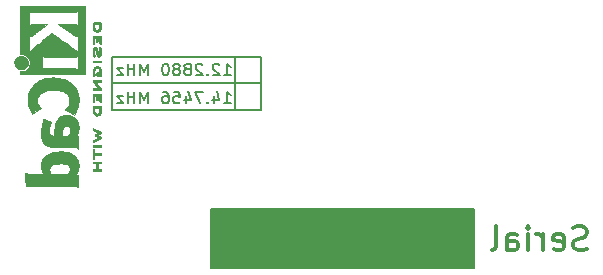
<source format=gbo>
%TF.GenerationSoftware,KiCad,Pcbnew,9.0.7*%
%TF.CreationDate,2026-02-16T10:45:38-05:00*%
%TF.ProjectId,mmdvm_hs-hat,6d6d6476-6d5f-4687-932d-6861742e6b69,1.6*%
%TF.SameCoordinates,Original*%
%TF.FileFunction,Legend,Bot*%
%TF.FilePolarity,Positive*%
%FSLAX46Y46*%
G04 Gerber Fmt 4.6, Leading zero omitted, Abs format (unit mm)*
G04 Created by KiCad (PCBNEW 9.0.7) date 2026-02-16 10:45:38*
%MOMM*%
%LPD*%
G01*
G04 APERTURE LIST*
%ADD10C,0.200000*%
%ADD11C,0.150000*%
%ADD12C,0.300000*%
%ADD13C,0.010000*%
G04 APERTURE END LIST*
D10*
X163779200Y-117587200D02*
X163779200Y-122087200D01*
D11*
X172110400Y-130454400D02*
X194360800Y-130454400D01*
X194360800Y-135432800D01*
X172110400Y-135432800D01*
X172110400Y-130454400D01*
G36*
X172110400Y-130454400D02*
G01*
X194360800Y-130454400D01*
X194360800Y-135432800D01*
X172110400Y-135432800D01*
X172110400Y-130454400D01*
G37*
D10*
X176326800Y-119837200D02*
X163779200Y-119837200D01*
X163779200Y-122087200D02*
X176326800Y-122087200D01*
X176326800Y-117587200D02*
X176326800Y-122087200D01*
X174193200Y-117587200D02*
X174193200Y-122087200D01*
X163779200Y-117587200D02*
X176326800Y-117587200D01*
X173214285Y-121539419D02*
X173785713Y-121539419D01*
X173499999Y-121539419D02*
X173499999Y-120539419D01*
X173499999Y-120539419D02*
X173595237Y-120682276D01*
X173595237Y-120682276D02*
X173690475Y-120777514D01*
X173690475Y-120777514D02*
X173785713Y-120825133D01*
X172357142Y-120872752D02*
X172357142Y-121539419D01*
X172595237Y-120491800D02*
X172833332Y-121206085D01*
X172833332Y-121206085D02*
X172214285Y-121206085D01*
X171833332Y-121444180D02*
X171785713Y-121491800D01*
X171785713Y-121491800D02*
X171833332Y-121539419D01*
X171833332Y-121539419D02*
X171880951Y-121491800D01*
X171880951Y-121491800D02*
X171833332Y-121444180D01*
X171833332Y-121444180D02*
X171833332Y-121539419D01*
X171452380Y-120539419D02*
X170785714Y-120539419D01*
X170785714Y-120539419D02*
X171214285Y-121539419D01*
X169976190Y-120872752D02*
X169976190Y-121539419D01*
X170214285Y-120491800D02*
X170452380Y-121206085D01*
X170452380Y-121206085D02*
X169833333Y-121206085D01*
X168976190Y-120539419D02*
X169452380Y-120539419D01*
X169452380Y-120539419D02*
X169499999Y-121015609D01*
X169499999Y-121015609D02*
X169452380Y-120967990D01*
X169452380Y-120967990D02*
X169357142Y-120920371D01*
X169357142Y-120920371D02*
X169119047Y-120920371D01*
X169119047Y-120920371D02*
X169023809Y-120967990D01*
X169023809Y-120967990D02*
X168976190Y-121015609D01*
X168976190Y-121015609D02*
X168928571Y-121110847D01*
X168928571Y-121110847D02*
X168928571Y-121348942D01*
X168928571Y-121348942D02*
X168976190Y-121444180D01*
X168976190Y-121444180D02*
X169023809Y-121491800D01*
X169023809Y-121491800D02*
X169119047Y-121539419D01*
X169119047Y-121539419D02*
X169357142Y-121539419D01*
X169357142Y-121539419D02*
X169452380Y-121491800D01*
X169452380Y-121491800D02*
X169499999Y-121444180D01*
X168071428Y-120539419D02*
X168261904Y-120539419D01*
X168261904Y-120539419D02*
X168357142Y-120587038D01*
X168357142Y-120587038D02*
X168404761Y-120634657D01*
X168404761Y-120634657D02*
X168499999Y-120777514D01*
X168499999Y-120777514D02*
X168547618Y-120967990D01*
X168547618Y-120967990D02*
X168547618Y-121348942D01*
X168547618Y-121348942D02*
X168499999Y-121444180D01*
X168499999Y-121444180D02*
X168452380Y-121491800D01*
X168452380Y-121491800D02*
X168357142Y-121539419D01*
X168357142Y-121539419D02*
X168166666Y-121539419D01*
X168166666Y-121539419D02*
X168071428Y-121491800D01*
X168071428Y-121491800D02*
X168023809Y-121444180D01*
X168023809Y-121444180D02*
X167976190Y-121348942D01*
X167976190Y-121348942D02*
X167976190Y-121110847D01*
X167976190Y-121110847D02*
X168023809Y-121015609D01*
X168023809Y-121015609D02*
X168071428Y-120967990D01*
X168071428Y-120967990D02*
X168166666Y-120920371D01*
X168166666Y-120920371D02*
X168357142Y-120920371D01*
X168357142Y-120920371D02*
X168452380Y-120967990D01*
X168452380Y-120967990D02*
X168499999Y-121015609D01*
X168499999Y-121015609D02*
X168547618Y-121110847D01*
X166785713Y-121539419D02*
X166785713Y-120539419D01*
X166785713Y-120539419D02*
X166452380Y-121253704D01*
X166452380Y-121253704D02*
X166119047Y-120539419D01*
X166119047Y-120539419D02*
X166119047Y-121539419D01*
X165642856Y-121539419D02*
X165642856Y-120539419D01*
X165642856Y-121015609D02*
X165071428Y-121015609D01*
X165071428Y-121539419D02*
X165071428Y-120539419D01*
X164690475Y-120872752D02*
X164166666Y-120872752D01*
X164166666Y-120872752D02*
X164690475Y-121539419D01*
X164690475Y-121539419D02*
X164166666Y-121539419D01*
D12*
X203942479Y-133858000D02*
X203656765Y-133953238D01*
X203656765Y-133953238D02*
X203180574Y-133953238D01*
X203180574Y-133953238D02*
X202990098Y-133858000D01*
X202990098Y-133858000D02*
X202894860Y-133762761D01*
X202894860Y-133762761D02*
X202799622Y-133572285D01*
X202799622Y-133572285D02*
X202799622Y-133381809D01*
X202799622Y-133381809D02*
X202894860Y-133191333D01*
X202894860Y-133191333D02*
X202990098Y-133096095D01*
X202990098Y-133096095D02*
X203180574Y-133000857D01*
X203180574Y-133000857D02*
X203561527Y-132905619D01*
X203561527Y-132905619D02*
X203752003Y-132810380D01*
X203752003Y-132810380D02*
X203847241Y-132715142D01*
X203847241Y-132715142D02*
X203942479Y-132524666D01*
X203942479Y-132524666D02*
X203942479Y-132334190D01*
X203942479Y-132334190D02*
X203847241Y-132143714D01*
X203847241Y-132143714D02*
X203752003Y-132048476D01*
X203752003Y-132048476D02*
X203561527Y-131953238D01*
X203561527Y-131953238D02*
X203085336Y-131953238D01*
X203085336Y-131953238D02*
X202799622Y-132048476D01*
X201180574Y-133858000D02*
X201371050Y-133953238D01*
X201371050Y-133953238D02*
X201752003Y-133953238D01*
X201752003Y-133953238D02*
X201942479Y-133858000D01*
X201942479Y-133858000D02*
X202037717Y-133667523D01*
X202037717Y-133667523D02*
X202037717Y-132905619D01*
X202037717Y-132905619D02*
X201942479Y-132715142D01*
X201942479Y-132715142D02*
X201752003Y-132619904D01*
X201752003Y-132619904D02*
X201371050Y-132619904D01*
X201371050Y-132619904D02*
X201180574Y-132715142D01*
X201180574Y-132715142D02*
X201085336Y-132905619D01*
X201085336Y-132905619D02*
X201085336Y-133096095D01*
X201085336Y-133096095D02*
X202037717Y-133286571D01*
X200228193Y-133953238D02*
X200228193Y-132619904D01*
X200228193Y-133000857D02*
X200132955Y-132810380D01*
X200132955Y-132810380D02*
X200037717Y-132715142D01*
X200037717Y-132715142D02*
X199847241Y-132619904D01*
X199847241Y-132619904D02*
X199656764Y-132619904D01*
X198990098Y-133953238D02*
X198990098Y-132619904D01*
X198990098Y-131953238D02*
X199085336Y-132048476D01*
X199085336Y-132048476D02*
X198990098Y-132143714D01*
X198990098Y-132143714D02*
X198894860Y-132048476D01*
X198894860Y-132048476D02*
X198990098Y-131953238D01*
X198990098Y-131953238D02*
X198990098Y-132143714D01*
X197180574Y-133953238D02*
X197180574Y-132905619D01*
X197180574Y-132905619D02*
X197275812Y-132715142D01*
X197275812Y-132715142D02*
X197466288Y-132619904D01*
X197466288Y-132619904D02*
X197847241Y-132619904D01*
X197847241Y-132619904D02*
X198037717Y-132715142D01*
X197180574Y-133858000D02*
X197371050Y-133953238D01*
X197371050Y-133953238D02*
X197847241Y-133953238D01*
X197847241Y-133953238D02*
X198037717Y-133858000D01*
X198037717Y-133858000D02*
X198132955Y-133667523D01*
X198132955Y-133667523D02*
X198132955Y-133477047D01*
X198132955Y-133477047D02*
X198037717Y-133286571D01*
X198037717Y-133286571D02*
X197847241Y-133191333D01*
X197847241Y-133191333D02*
X197371050Y-133191333D01*
X197371050Y-133191333D02*
X197180574Y-133096095D01*
X195942479Y-133953238D02*
X196132955Y-133858000D01*
X196132955Y-133858000D02*
X196228193Y-133667523D01*
X196228193Y-133667523D02*
X196228193Y-131953238D01*
D10*
X173214285Y-119162619D02*
X173785713Y-119162619D01*
X173499999Y-119162619D02*
X173499999Y-118162619D01*
X173499999Y-118162619D02*
X173595237Y-118305476D01*
X173595237Y-118305476D02*
X173690475Y-118400714D01*
X173690475Y-118400714D02*
X173785713Y-118448333D01*
X172833332Y-118257857D02*
X172785713Y-118210238D01*
X172785713Y-118210238D02*
X172690475Y-118162619D01*
X172690475Y-118162619D02*
X172452380Y-118162619D01*
X172452380Y-118162619D02*
X172357142Y-118210238D01*
X172357142Y-118210238D02*
X172309523Y-118257857D01*
X172309523Y-118257857D02*
X172261904Y-118353095D01*
X172261904Y-118353095D02*
X172261904Y-118448333D01*
X172261904Y-118448333D02*
X172309523Y-118591190D01*
X172309523Y-118591190D02*
X172880951Y-119162619D01*
X172880951Y-119162619D02*
X172261904Y-119162619D01*
X171833332Y-119067380D02*
X171785713Y-119115000D01*
X171785713Y-119115000D02*
X171833332Y-119162619D01*
X171833332Y-119162619D02*
X171880951Y-119115000D01*
X171880951Y-119115000D02*
X171833332Y-119067380D01*
X171833332Y-119067380D02*
X171833332Y-119162619D01*
X171404761Y-118257857D02*
X171357142Y-118210238D01*
X171357142Y-118210238D02*
X171261904Y-118162619D01*
X171261904Y-118162619D02*
X171023809Y-118162619D01*
X171023809Y-118162619D02*
X170928571Y-118210238D01*
X170928571Y-118210238D02*
X170880952Y-118257857D01*
X170880952Y-118257857D02*
X170833333Y-118353095D01*
X170833333Y-118353095D02*
X170833333Y-118448333D01*
X170833333Y-118448333D02*
X170880952Y-118591190D01*
X170880952Y-118591190D02*
X171452380Y-119162619D01*
X171452380Y-119162619D02*
X170833333Y-119162619D01*
X170261904Y-118591190D02*
X170357142Y-118543571D01*
X170357142Y-118543571D02*
X170404761Y-118495952D01*
X170404761Y-118495952D02*
X170452380Y-118400714D01*
X170452380Y-118400714D02*
X170452380Y-118353095D01*
X170452380Y-118353095D02*
X170404761Y-118257857D01*
X170404761Y-118257857D02*
X170357142Y-118210238D01*
X170357142Y-118210238D02*
X170261904Y-118162619D01*
X170261904Y-118162619D02*
X170071428Y-118162619D01*
X170071428Y-118162619D02*
X169976190Y-118210238D01*
X169976190Y-118210238D02*
X169928571Y-118257857D01*
X169928571Y-118257857D02*
X169880952Y-118353095D01*
X169880952Y-118353095D02*
X169880952Y-118400714D01*
X169880952Y-118400714D02*
X169928571Y-118495952D01*
X169928571Y-118495952D02*
X169976190Y-118543571D01*
X169976190Y-118543571D02*
X170071428Y-118591190D01*
X170071428Y-118591190D02*
X170261904Y-118591190D01*
X170261904Y-118591190D02*
X170357142Y-118638809D01*
X170357142Y-118638809D02*
X170404761Y-118686428D01*
X170404761Y-118686428D02*
X170452380Y-118781666D01*
X170452380Y-118781666D02*
X170452380Y-118972142D01*
X170452380Y-118972142D02*
X170404761Y-119067380D01*
X170404761Y-119067380D02*
X170357142Y-119115000D01*
X170357142Y-119115000D02*
X170261904Y-119162619D01*
X170261904Y-119162619D02*
X170071428Y-119162619D01*
X170071428Y-119162619D02*
X169976190Y-119115000D01*
X169976190Y-119115000D02*
X169928571Y-119067380D01*
X169928571Y-119067380D02*
X169880952Y-118972142D01*
X169880952Y-118972142D02*
X169880952Y-118781666D01*
X169880952Y-118781666D02*
X169928571Y-118686428D01*
X169928571Y-118686428D02*
X169976190Y-118638809D01*
X169976190Y-118638809D02*
X170071428Y-118591190D01*
X169309523Y-118591190D02*
X169404761Y-118543571D01*
X169404761Y-118543571D02*
X169452380Y-118495952D01*
X169452380Y-118495952D02*
X169499999Y-118400714D01*
X169499999Y-118400714D02*
X169499999Y-118353095D01*
X169499999Y-118353095D02*
X169452380Y-118257857D01*
X169452380Y-118257857D02*
X169404761Y-118210238D01*
X169404761Y-118210238D02*
X169309523Y-118162619D01*
X169309523Y-118162619D02*
X169119047Y-118162619D01*
X169119047Y-118162619D02*
X169023809Y-118210238D01*
X169023809Y-118210238D02*
X168976190Y-118257857D01*
X168976190Y-118257857D02*
X168928571Y-118353095D01*
X168928571Y-118353095D02*
X168928571Y-118400714D01*
X168928571Y-118400714D02*
X168976190Y-118495952D01*
X168976190Y-118495952D02*
X169023809Y-118543571D01*
X169023809Y-118543571D02*
X169119047Y-118591190D01*
X169119047Y-118591190D02*
X169309523Y-118591190D01*
X169309523Y-118591190D02*
X169404761Y-118638809D01*
X169404761Y-118638809D02*
X169452380Y-118686428D01*
X169452380Y-118686428D02*
X169499999Y-118781666D01*
X169499999Y-118781666D02*
X169499999Y-118972142D01*
X169499999Y-118972142D02*
X169452380Y-119067380D01*
X169452380Y-119067380D02*
X169404761Y-119115000D01*
X169404761Y-119115000D02*
X169309523Y-119162619D01*
X169309523Y-119162619D02*
X169119047Y-119162619D01*
X169119047Y-119162619D02*
X169023809Y-119115000D01*
X169023809Y-119115000D02*
X168976190Y-119067380D01*
X168976190Y-119067380D02*
X168928571Y-118972142D01*
X168928571Y-118972142D02*
X168928571Y-118781666D01*
X168928571Y-118781666D02*
X168976190Y-118686428D01*
X168976190Y-118686428D02*
X169023809Y-118638809D01*
X169023809Y-118638809D02*
X169119047Y-118591190D01*
X168309523Y-118162619D02*
X168214285Y-118162619D01*
X168214285Y-118162619D02*
X168119047Y-118210238D01*
X168119047Y-118210238D02*
X168071428Y-118257857D01*
X168071428Y-118257857D02*
X168023809Y-118353095D01*
X168023809Y-118353095D02*
X167976190Y-118543571D01*
X167976190Y-118543571D02*
X167976190Y-118781666D01*
X167976190Y-118781666D02*
X168023809Y-118972142D01*
X168023809Y-118972142D02*
X168071428Y-119067380D01*
X168071428Y-119067380D02*
X168119047Y-119115000D01*
X168119047Y-119115000D02*
X168214285Y-119162619D01*
X168214285Y-119162619D02*
X168309523Y-119162619D01*
X168309523Y-119162619D02*
X168404761Y-119115000D01*
X168404761Y-119115000D02*
X168452380Y-119067380D01*
X168452380Y-119067380D02*
X168499999Y-118972142D01*
X168499999Y-118972142D02*
X168547618Y-118781666D01*
X168547618Y-118781666D02*
X168547618Y-118543571D01*
X168547618Y-118543571D02*
X168499999Y-118353095D01*
X168499999Y-118353095D02*
X168452380Y-118257857D01*
X168452380Y-118257857D02*
X168404761Y-118210238D01*
X168404761Y-118210238D02*
X168309523Y-118162619D01*
X166785713Y-119162619D02*
X166785713Y-118162619D01*
X166785713Y-118162619D02*
X166452380Y-118876904D01*
X166452380Y-118876904D02*
X166119047Y-118162619D01*
X166119047Y-118162619D02*
X166119047Y-119162619D01*
X165642856Y-119162619D02*
X165642856Y-118162619D01*
X165642856Y-118638809D02*
X165071428Y-118638809D01*
X165071428Y-119162619D02*
X165071428Y-118162619D01*
X164690475Y-118495952D02*
X164166666Y-118495952D01*
X164166666Y-118495952D02*
X164690475Y-119162619D01*
X164690475Y-119162619D02*
X164166666Y-119162619D01*
D13*
%TO.C,REF\u002A\u002A*%
X162808704Y-125077895D02*
X162826179Y-125109255D01*
X162827015Y-125145056D01*
X162806522Y-125176494D01*
X162801856Y-125180370D01*
X162792389Y-125185836D01*
X162778707Y-125190043D01*
X162758188Y-125193155D01*
X162728208Y-125195335D01*
X162686144Y-125196746D01*
X162629372Y-125197551D01*
X162555270Y-125197915D01*
X162461213Y-125198000D01*
X162139667Y-125198000D01*
X162118087Y-125171349D01*
X162103317Y-125147636D01*
X162096507Y-125124622D01*
X162102389Y-125103616D01*
X162118087Y-125077895D01*
X162139667Y-125051244D01*
X162787124Y-125051244D01*
X162808704Y-125077895D01*
G36*
X162808704Y-125077895D02*
G01*
X162826179Y-125109255D01*
X162827015Y-125145056D01*
X162806522Y-125176494D01*
X162801856Y-125180370D01*
X162792389Y-125185836D01*
X162778707Y-125190043D01*
X162758188Y-125193155D01*
X162728208Y-125195335D01*
X162686144Y-125196746D01*
X162629372Y-125197551D01*
X162555270Y-125197915D01*
X162461213Y-125198000D01*
X162139667Y-125198000D01*
X162118087Y-125171349D01*
X162103317Y-125147636D01*
X162096507Y-125124622D01*
X162102389Y-125103616D01*
X162118087Y-125077895D01*
X162139667Y-125051244D01*
X162787124Y-125051244D01*
X162808704Y-125077895D01*
G37*
X162549007Y-117911063D02*
X162623229Y-117911321D01*
X162679981Y-117911992D01*
X162721952Y-117913270D01*
X162751829Y-117915349D01*
X162772301Y-117918423D01*
X162786054Y-117922688D01*
X162795777Y-117928338D01*
X162804157Y-117935567D01*
X162825621Y-117967031D01*
X162827387Y-118002196D01*
X162807707Y-118035200D01*
X162801838Y-118040506D01*
X162792754Y-118045956D01*
X162779413Y-118050122D01*
X162759197Y-118053176D01*
X162729489Y-118055290D01*
X162687672Y-118056636D01*
X162631129Y-118057384D01*
X162557242Y-118057708D01*
X162463396Y-118057777D01*
X162387734Y-118057738D01*
X162309825Y-118057483D01*
X162249815Y-118056839D01*
X162205088Y-118055635D01*
X162173025Y-118053698D01*
X162151011Y-118050858D01*
X162136427Y-118046943D01*
X162126658Y-118041780D01*
X162119085Y-118035200D01*
X162100063Y-118006016D01*
X162100903Y-117972885D01*
X162124216Y-117938731D01*
X162151925Y-117911022D01*
X162464977Y-117911022D01*
X162549007Y-117911063D01*
G36*
X162549007Y-117911063D02*
G01*
X162623229Y-117911321D01*
X162679981Y-117911992D01*
X162721952Y-117913270D01*
X162751829Y-117915349D01*
X162772301Y-117918423D01*
X162786054Y-117922688D01*
X162795777Y-117928338D01*
X162804157Y-117935567D01*
X162825621Y-117967031D01*
X162827387Y-118002196D01*
X162807707Y-118035200D01*
X162801838Y-118040506D01*
X162792754Y-118045956D01*
X162779413Y-118050122D01*
X162759197Y-118053176D01*
X162729489Y-118055290D01*
X162687672Y-118056636D01*
X162631129Y-118057384D01*
X162557242Y-118057708D01*
X162463396Y-118057777D01*
X162387734Y-118057738D01*
X162309825Y-118057483D01*
X162249815Y-118056839D01*
X162205088Y-118055635D01*
X162173025Y-118053698D01*
X162151011Y-118050858D01*
X162136427Y-118046943D01*
X162126658Y-118041780D01*
X162119085Y-118035200D01*
X162100063Y-118006016D01*
X162100903Y-117972885D01*
X162124216Y-117938731D01*
X162151925Y-117911022D01*
X162464977Y-117911022D01*
X162549007Y-117911063D01*
G37*
X156106629Y-117522209D02*
X156157128Y-117524995D01*
X156196528Y-117531827D01*
X156233876Y-117544410D01*
X156278221Y-117564450D01*
X156290039Y-117570248D01*
X156398249Y-117638769D01*
X156487281Y-117724949D01*
X156555045Y-117826342D01*
X156599454Y-117940503D01*
X156611846Y-117999080D01*
X156617645Y-118117915D01*
X156598882Y-118233014D01*
X156557480Y-118341002D01*
X156495363Y-118438505D01*
X156414455Y-118522146D01*
X156316680Y-118588551D01*
X156203962Y-118634345D01*
X156111719Y-118651100D01*
X156009925Y-118652609D01*
X155910908Y-118638982D01*
X155825140Y-118610869D01*
X155763821Y-118578384D01*
X155666536Y-118506067D01*
X155589755Y-118420336D01*
X155533486Y-118324341D01*
X155497738Y-118221235D01*
X155482516Y-118114172D01*
X155487829Y-118006302D01*
X155513684Y-117900778D01*
X155560089Y-117800754D01*
X155627051Y-117709380D01*
X155714576Y-117629809D01*
X155822674Y-117565194D01*
X155860754Y-117547871D01*
X155899351Y-117533837D01*
X155937937Y-117525962D01*
X155985663Y-117522511D01*
X156051681Y-117521746D01*
X156106629Y-117522209D01*
G36*
X156106629Y-117522209D02*
G01*
X156157128Y-117524995D01*
X156196528Y-117531827D01*
X156233876Y-117544410D01*
X156278221Y-117564450D01*
X156290039Y-117570248D01*
X156398249Y-117638769D01*
X156487281Y-117724949D01*
X156555045Y-117826342D01*
X156599454Y-117940503D01*
X156611846Y-117999080D01*
X156617645Y-118117915D01*
X156598882Y-118233014D01*
X156557480Y-118341002D01*
X156495363Y-118438505D01*
X156414455Y-118522146D01*
X156316680Y-118588551D01*
X156203962Y-118634345D01*
X156111719Y-118651100D01*
X156009925Y-118652609D01*
X155910908Y-118638982D01*
X155825140Y-118610869D01*
X155763821Y-118578384D01*
X155666536Y-118506067D01*
X155589755Y-118420336D01*
X155533486Y-118324341D01*
X155497738Y-118221235D01*
X155482516Y-118114172D01*
X155487829Y-118006302D01*
X155513684Y-117900778D01*
X155560089Y-117800754D01*
X155627051Y-117709380D01*
X155714576Y-117629809D01*
X155822674Y-117565194D01*
X155860754Y-117547871D01*
X155899351Y-117533837D01*
X155937937Y-117525962D01*
X155985663Y-117522511D01*
X156051681Y-117521746D01*
X156106629Y-117522209D01*
G37*
X162222618Y-125448105D02*
X162224071Y-125449465D01*
X162232432Y-125460668D01*
X162237987Y-125477770D01*
X162241280Y-125504940D01*
X162242858Y-125546344D01*
X162243262Y-125606149D01*
X162243262Y-125745511D01*
X162507029Y-125745511D01*
X162582857Y-125745586D01*
X162649523Y-125745994D01*
X162699307Y-125746976D01*
X162735224Y-125748772D01*
X162760290Y-125751623D01*
X162777521Y-125755769D01*
X162789932Y-125761451D01*
X162800540Y-125768908D01*
X162803346Y-125771198D01*
X162825988Y-125802376D01*
X162827552Y-125836756D01*
X162807707Y-125869688D01*
X162799631Y-125876667D01*
X162789033Y-125882139D01*
X162773189Y-125886159D01*
X162749213Y-125888950D01*
X162714214Y-125890734D01*
X162665304Y-125891733D01*
X162599594Y-125892170D01*
X162514196Y-125892266D01*
X162243262Y-125892266D01*
X162243262Y-126038202D01*
X162243261Y-126049302D01*
X162243036Y-126105820D01*
X162241897Y-126144664D01*
X162239097Y-126170057D01*
X162233890Y-126186218D01*
X162225529Y-126197370D01*
X162213266Y-126207733D01*
X162182578Y-126223581D01*
X162148798Y-126220479D01*
X162116262Y-126194835D01*
X162112545Y-126189893D01*
X162107709Y-126179684D01*
X162103946Y-126164258D01*
X162101123Y-126141136D01*
X162099110Y-126107839D01*
X162097773Y-126061885D01*
X162096982Y-126000794D01*
X162096603Y-125922087D01*
X162096507Y-125823282D01*
X162096508Y-125803255D01*
X162096598Y-125709132D01*
X162096938Y-125634617D01*
X162097679Y-125577211D01*
X162098975Y-125534411D01*
X162100977Y-125503718D01*
X162103836Y-125482631D01*
X162107706Y-125468649D01*
X162112738Y-125459272D01*
X162119085Y-125452000D01*
X162151802Y-125433194D01*
X162189379Y-125431747D01*
X162222618Y-125448105D01*
G36*
X162222618Y-125448105D02*
G01*
X162224071Y-125449465D01*
X162232432Y-125460668D01*
X162237987Y-125477770D01*
X162241280Y-125504940D01*
X162242858Y-125546344D01*
X162243262Y-125606149D01*
X162243262Y-125745511D01*
X162507029Y-125745511D01*
X162582857Y-125745586D01*
X162649523Y-125745994D01*
X162699307Y-125746976D01*
X162735224Y-125748772D01*
X162760290Y-125751623D01*
X162777521Y-125755769D01*
X162789932Y-125761451D01*
X162800540Y-125768908D01*
X162803346Y-125771198D01*
X162825988Y-125802376D01*
X162827552Y-125836756D01*
X162807707Y-125869688D01*
X162799631Y-125876667D01*
X162789033Y-125882139D01*
X162773189Y-125886159D01*
X162749213Y-125888950D01*
X162714214Y-125890734D01*
X162665304Y-125891733D01*
X162599594Y-125892170D01*
X162514196Y-125892266D01*
X162243262Y-125892266D01*
X162243262Y-126038202D01*
X162243261Y-126049302D01*
X162243036Y-126105820D01*
X162241897Y-126144664D01*
X162239097Y-126170057D01*
X162233890Y-126186218D01*
X162225529Y-126197370D01*
X162213266Y-126207733D01*
X162182578Y-126223581D01*
X162148798Y-126220479D01*
X162116262Y-126194835D01*
X162112545Y-126189893D01*
X162107709Y-126179684D01*
X162103946Y-126164258D01*
X162101123Y-126141136D01*
X162099110Y-126107839D01*
X162097773Y-126061885D01*
X162096982Y-126000794D01*
X162096603Y-125922087D01*
X162096507Y-125823282D01*
X162096508Y-125803255D01*
X162096598Y-125709132D01*
X162096938Y-125634617D01*
X162097679Y-125577211D01*
X162098975Y-125534411D01*
X162100977Y-125503718D01*
X162103836Y-125482631D01*
X162107706Y-125468649D01*
X162112738Y-125459272D01*
X162119085Y-125452000D01*
X162151802Y-125433194D01*
X162189379Y-125431747D01*
X162222618Y-125448105D01*
G37*
X162505071Y-126455913D02*
X162621440Y-126456397D01*
X162635615Y-126456465D01*
X162697377Y-126457051D01*
X162741060Y-126458374D01*
X162770441Y-126460919D01*
X162789295Y-126465174D01*
X162801399Y-126471626D01*
X162810529Y-126480760D01*
X162827946Y-126514218D01*
X162825044Y-126549166D01*
X162800540Y-126580069D01*
X162787337Y-126589078D01*
X162768801Y-126596530D01*
X162742773Y-126600898D01*
X162704227Y-126602953D01*
X162648140Y-126603466D01*
X162525485Y-126603466D01*
X162525485Y-127100177D01*
X162660311Y-127100177D01*
X162696102Y-127100250D01*
X162742432Y-127101013D01*
X162772966Y-127103189D01*
X162791997Y-127107486D01*
X162803814Y-127114610D01*
X162812711Y-127125267D01*
X162827781Y-127157518D01*
X162825113Y-127192805D01*
X162800540Y-127223536D01*
X162794285Y-127228191D01*
X162783761Y-127234127D01*
X162769831Y-127238658D01*
X162749757Y-127241974D01*
X162720800Y-127244263D01*
X162680220Y-127245714D01*
X162625280Y-127246517D01*
X162553239Y-127246860D01*
X162461360Y-127246933D01*
X162151925Y-127246933D01*
X162124216Y-127219224D01*
X162101973Y-127187845D01*
X162099284Y-127154616D01*
X162119085Y-127122755D01*
X162128855Y-127114469D01*
X162144747Y-127107057D01*
X162168715Y-127102720D01*
X162205588Y-127100684D01*
X162260196Y-127100177D01*
X162378729Y-127100177D01*
X162378729Y-126603466D01*
X162263216Y-126603466D01*
X162211518Y-126603028D01*
X162176994Y-126601064D01*
X162154418Y-126596548D01*
X162138566Y-126588455D01*
X162124216Y-126575757D01*
X162101973Y-126544379D01*
X162099284Y-126511150D01*
X162119085Y-126479288D01*
X162125275Y-126473656D01*
X162133481Y-126468566D01*
X162145257Y-126464479D01*
X162162716Y-126461301D01*
X162187970Y-126458935D01*
X162223130Y-126457284D01*
X162270309Y-126456253D01*
X162331617Y-126455745D01*
X162409167Y-126455663D01*
X162505071Y-126455913D01*
G36*
X162505071Y-126455913D02*
G01*
X162621440Y-126456397D01*
X162635615Y-126456465D01*
X162697377Y-126457051D01*
X162741060Y-126458374D01*
X162770441Y-126460919D01*
X162789295Y-126465174D01*
X162801399Y-126471626D01*
X162810529Y-126480760D01*
X162827946Y-126514218D01*
X162825044Y-126549166D01*
X162800540Y-126580069D01*
X162787337Y-126589078D01*
X162768801Y-126596530D01*
X162742773Y-126600898D01*
X162704227Y-126602953D01*
X162648140Y-126603466D01*
X162525485Y-126603466D01*
X162525485Y-127100177D01*
X162660311Y-127100177D01*
X162696102Y-127100250D01*
X162742432Y-127101013D01*
X162772966Y-127103189D01*
X162791997Y-127107486D01*
X162803814Y-127114610D01*
X162812711Y-127125267D01*
X162827781Y-127157518D01*
X162825113Y-127192805D01*
X162800540Y-127223536D01*
X162794285Y-127228191D01*
X162783761Y-127234127D01*
X162769831Y-127238658D01*
X162749757Y-127241974D01*
X162720800Y-127244263D01*
X162680220Y-127245714D01*
X162625280Y-127246517D01*
X162553239Y-127246860D01*
X162461360Y-127246933D01*
X162151925Y-127246933D01*
X162124216Y-127219224D01*
X162101973Y-127187845D01*
X162099284Y-127154616D01*
X162119085Y-127122755D01*
X162128855Y-127114469D01*
X162144747Y-127107057D01*
X162168715Y-127102720D01*
X162205588Y-127100684D01*
X162260196Y-127100177D01*
X162378729Y-127100177D01*
X162378729Y-126603466D01*
X162263216Y-126603466D01*
X162211518Y-126603028D01*
X162176994Y-126601064D01*
X162154418Y-126596548D01*
X162138566Y-126588455D01*
X162124216Y-126575757D01*
X162101973Y-126544379D01*
X162099284Y-126511150D01*
X162119085Y-126479288D01*
X162125275Y-126473656D01*
X162133481Y-126468566D01*
X162145257Y-126464479D01*
X162162716Y-126461301D01*
X162187970Y-126458935D01*
X162223130Y-126457284D01*
X162270309Y-126456253D01*
X162331617Y-126455745D01*
X162409167Y-126455663D01*
X162505071Y-126455913D01*
G37*
X162522966Y-121771847D02*
X162601751Y-121772072D01*
X162662461Y-121772690D01*
X162683529Y-121773247D01*
X162707836Y-121773889D01*
X162740615Y-121775859D01*
X162763535Y-121778787D01*
X162779337Y-121782864D01*
X162790759Y-121788279D01*
X162800540Y-121795219D01*
X162830285Y-121818616D01*
X162829691Y-121984308D01*
X162829393Y-122019104D01*
X162825962Y-122117587D01*
X162818279Y-122198549D01*
X162805722Y-122265643D01*
X162787667Y-122322526D01*
X162763492Y-122372853D01*
X162761575Y-122376212D01*
X162724857Y-122434024D01*
X162687891Y-122476378D01*
X162644406Y-122509194D01*
X162588129Y-122538394D01*
X162578513Y-122542676D01*
X162515327Y-122565253D01*
X162459949Y-122572225D01*
X162404923Y-122563623D01*
X162342791Y-122539481D01*
X162341098Y-122538685D01*
X162271676Y-122498234D01*
X162215078Y-122447549D01*
X162170510Y-122384824D01*
X162137181Y-122308248D01*
X162114301Y-122216013D01*
X162101076Y-122106310D01*
X162096715Y-121977331D01*
X162096710Y-121973759D01*
X162096812Y-121929866D01*
X162243262Y-121929866D01*
X162243710Y-122017355D01*
X162246186Y-122084275D01*
X162257438Y-122176673D01*
X162276977Y-122255988D01*
X162303951Y-122317962D01*
X162324680Y-122348902D01*
X162354446Y-122377022D01*
X162396874Y-122400362D01*
X162412840Y-122407489D01*
X162445342Y-122419313D01*
X162469773Y-122421743D01*
X162494501Y-122416130D01*
X162510379Y-122410404D01*
X162570287Y-122377474D01*
X162616040Y-122330136D01*
X162649176Y-122266370D01*
X162671230Y-122184161D01*
X162671732Y-122181367D01*
X162677695Y-122135082D01*
X162681923Y-122078686D01*
X162683529Y-122023748D01*
X162683529Y-121929866D01*
X162243262Y-121929866D01*
X162096812Y-121929866D01*
X162096850Y-121913739D01*
X162097886Y-121871808D01*
X162100480Y-121843694D01*
X162105293Y-121825125D01*
X162112984Y-121811828D01*
X162124216Y-121799531D01*
X162151925Y-121771822D01*
X162461360Y-121771822D01*
X162522966Y-121771847D01*
G36*
X162522966Y-121771847D02*
G01*
X162601751Y-121772072D01*
X162662461Y-121772690D01*
X162683529Y-121773247D01*
X162707836Y-121773889D01*
X162740615Y-121775859D01*
X162763535Y-121778787D01*
X162779337Y-121782864D01*
X162790759Y-121788279D01*
X162800540Y-121795219D01*
X162830285Y-121818616D01*
X162829691Y-121984308D01*
X162829393Y-122019104D01*
X162825962Y-122117587D01*
X162818279Y-122198549D01*
X162805722Y-122265643D01*
X162787667Y-122322526D01*
X162763492Y-122372853D01*
X162761575Y-122376212D01*
X162724857Y-122434024D01*
X162687891Y-122476378D01*
X162644406Y-122509194D01*
X162588129Y-122538394D01*
X162578513Y-122542676D01*
X162515327Y-122565253D01*
X162459949Y-122572225D01*
X162404923Y-122563623D01*
X162342791Y-122539481D01*
X162341098Y-122538685D01*
X162271676Y-122498234D01*
X162215078Y-122447549D01*
X162170510Y-122384824D01*
X162137181Y-122308248D01*
X162114301Y-122216013D01*
X162101076Y-122106310D01*
X162096715Y-121977331D01*
X162096710Y-121973759D01*
X162096812Y-121929866D01*
X162243262Y-121929866D01*
X162243710Y-122017355D01*
X162246186Y-122084275D01*
X162257438Y-122176673D01*
X162276977Y-122255988D01*
X162303951Y-122317962D01*
X162324680Y-122348902D01*
X162354446Y-122377022D01*
X162396874Y-122400362D01*
X162412840Y-122407489D01*
X162445342Y-122419313D01*
X162469773Y-122421743D01*
X162494501Y-122416130D01*
X162510379Y-122410404D01*
X162570287Y-122377474D01*
X162616040Y-122330136D01*
X162649176Y-122266370D01*
X162671230Y-122184161D01*
X162671732Y-122181367D01*
X162677695Y-122135082D01*
X162681923Y-122078686D01*
X162683529Y-122023748D01*
X162683529Y-121929866D01*
X162243262Y-121929866D01*
X162096812Y-121929866D01*
X162096850Y-121913739D01*
X162097886Y-121871808D01*
X162100480Y-121843694D01*
X162105293Y-121825125D01*
X162112984Y-121811828D01*
X162124216Y-121799531D01*
X162151925Y-121771822D01*
X162461360Y-121771822D01*
X162522966Y-121771847D01*
G37*
X162463396Y-114682400D02*
X162539057Y-114682439D01*
X162616966Y-114682694D01*
X162676976Y-114683338D01*
X162721704Y-114684542D01*
X162753766Y-114686479D01*
X162775780Y-114689319D01*
X162790364Y-114693234D01*
X162800134Y-114698396D01*
X162807707Y-114704977D01*
X162813941Y-114711945D01*
X162821241Y-114724943D01*
X162825994Y-114744091D01*
X162828732Y-114773494D01*
X162829985Y-114817260D01*
X162830285Y-114879494D01*
X162829909Y-114928440D01*
X162825481Y-115035300D01*
X162815393Y-115124528D01*
X162798805Y-115199326D01*
X162774875Y-115262897D01*
X162742761Y-115318443D01*
X162701622Y-115369168D01*
X162695770Y-115375156D01*
X162647261Y-115412023D01*
X162586453Y-115443123D01*
X162522209Y-115464605D01*
X162463396Y-115472622D01*
X162442179Y-115471343D01*
X162384763Y-115459031D01*
X162324853Y-115436502D01*
X162270803Y-115407272D01*
X162230972Y-115374855D01*
X162213950Y-115355314D01*
X162174762Y-115300602D01*
X162144633Y-115240299D01*
X162122672Y-115171103D01*
X162107990Y-115089711D01*
X162099699Y-114992822D01*
X162097588Y-114905355D01*
X162243248Y-114905355D01*
X162243257Y-114908383D01*
X162245222Y-114959503D01*
X162249947Y-115019606D01*
X162256475Y-115076314D01*
X162265771Y-115126272D01*
X162292040Y-115201024D01*
X162331339Y-115258533D01*
X162384373Y-115300034D01*
X162435640Y-115321251D01*
X162483466Y-115322669D01*
X162534401Y-115304387D01*
X162580318Y-115274717D01*
X162622727Y-115228020D01*
X162652530Y-115166630D01*
X162671666Y-115087484D01*
X162671904Y-115085994D01*
X162677696Y-115037023D01*
X162681836Y-114978329D01*
X162683444Y-114922288D01*
X162683529Y-114829155D01*
X162243262Y-114829155D01*
X162243248Y-114905355D01*
X162097588Y-114905355D01*
X162096907Y-114877133D01*
X162096506Y-114837651D01*
X162096093Y-114791940D01*
X162097897Y-114756139D01*
X162104179Y-114729048D01*
X162117199Y-114709466D01*
X162139218Y-114696192D01*
X162172495Y-114688024D01*
X162219291Y-114683762D01*
X162243262Y-114683165D01*
X162281867Y-114682205D01*
X162362481Y-114682152D01*
X162463396Y-114682400D01*
G36*
X162463396Y-114682400D02*
G01*
X162539057Y-114682439D01*
X162616966Y-114682694D01*
X162676976Y-114683338D01*
X162721704Y-114684542D01*
X162753766Y-114686479D01*
X162775780Y-114689319D01*
X162790364Y-114693234D01*
X162800134Y-114698396D01*
X162807707Y-114704977D01*
X162813941Y-114711945D01*
X162821241Y-114724943D01*
X162825994Y-114744091D01*
X162828732Y-114773494D01*
X162829985Y-114817260D01*
X162830285Y-114879494D01*
X162829909Y-114928440D01*
X162825481Y-115035300D01*
X162815393Y-115124528D01*
X162798805Y-115199326D01*
X162774875Y-115262897D01*
X162742761Y-115318443D01*
X162701622Y-115369168D01*
X162695770Y-115375156D01*
X162647261Y-115412023D01*
X162586453Y-115443123D01*
X162522209Y-115464605D01*
X162463396Y-115472622D01*
X162442179Y-115471343D01*
X162384763Y-115459031D01*
X162324853Y-115436502D01*
X162270803Y-115407272D01*
X162230972Y-115374855D01*
X162213950Y-115355314D01*
X162174762Y-115300602D01*
X162144633Y-115240299D01*
X162122672Y-115171103D01*
X162107990Y-115089711D01*
X162099699Y-114992822D01*
X162097588Y-114905355D01*
X162243248Y-114905355D01*
X162243257Y-114908383D01*
X162245222Y-114959503D01*
X162249947Y-115019606D01*
X162256475Y-115076314D01*
X162265771Y-115126272D01*
X162292040Y-115201024D01*
X162331339Y-115258533D01*
X162384373Y-115300034D01*
X162435640Y-115321251D01*
X162483466Y-115322669D01*
X162534401Y-115304387D01*
X162580318Y-115274717D01*
X162622727Y-115228020D01*
X162652530Y-115166630D01*
X162671666Y-115087484D01*
X162671904Y-115085994D01*
X162677696Y-115037023D01*
X162681836Y-114978329D01*
X162683444Y-114922288D01*
X162683529Y-114829155D01*
X162243262Y-114829155D01*
X162243248Y-114905355D01*
X162097588Y-114905355D01*
X162096907Y-114877133D01*
X162096506Y-114837651D01*
X162096093Y-114791940D01*
X162097897Y-114756139D01*
X162104179Y-114729048D01*
X162117199Y-114709466D01*
X162139218Y-114696192D01*
X162172495Y-114688024D01*
X162219291Y-114683762D01*
X162243262Y-114683165D01*
X162281867Y-114682205D01*
X162362481Y-114682152D01*
X162463396Y-114682400D01*
G37*
X162521926Y-119570511D02*
X162601013Y-119570730D01*
X162661956Y-119571339D01*
X162707502Y-119572530D01*
X162740403Y-119574493D01*
X162763408Y-119577419D01*
X162779266Y-119581499D01*
X162790726Y-119586925D01*
X162800540Y-119593886D01*
X162824933Y-119624314D01*
X162827812Y-119659257D01*
X162808722Y-119696238D01*
X162805247Y-119700422D01*
X162796719Y-119708598D01*
X162785168Y-119714658D01*
X162767336Y-119719041D01*
X162739964Y-119722183D01*
X162699794Y-119724520D01*
X162643568Y-119726491D01*
X162568029Y-119728533D01*
X162348898Y-119734177D01*
X162589539Y-119999466D01*
X162656315Y-120073300D01*
X162714431Y-120138480D01*
X162759389Y-120190674D01*
X162792311Y-120231749D01*
X162814319Y-120263567D01*
X162826534Y-120287996D01*
X162830079Y-120306898D01*
X162826076Y-120322139D01*
X162815647Y-120335583D01*
X162799914Y-120349095D01*
X162791431Y-120355340D01*
X162780853Y-120360972D01*
X162766695Y-120365183D01*
X162746243Y-120368135D01*
X162716782Y-120369990D01*
X162675601Y-120370909D01*
X162619984Y-120371054D01*
X162547219Y-120370587D01*
X162454591Y-120369670D01*
X162139639Y-120366355D01*
X162118073Y-120339704D01*
X162101881Y-120313639D01*
X162099110Y-120280781D01*
X162118063Y-120246250D01*
X162121648Y-120241938D01*
X162130177Y-120233806D01*
X162141769Y-120227777D01*
X162159675Y-120223416D01*
X162187146Y-120220288D01*
X162227434Y-120217959D01*
X162283791Y-120215993D01*
X162359469Y-120213955D01*
X162579318Y-120208311D01*
X162415524Y-120027688D01*
X162336891Y-119940950D01*
X162268498Y-119865179D01*
X162213148Y-119803042D01*
X162169778Y-119752944D01*
X162137321Y-119713287D01*
X162114713Y-119682474D01*
X162100888Y-119658908D01*
X162094783Y-119640992D01*
X162095332Y-119627129D01*
X162101469Y-119615721D01*
X162112131Y-119605172D01*
X162126251Y-119593886D01*
X162132212Y-119589433D01*
X162142708Y-119583434D01*
X162156533Y-119578855D01*
X162176438Y-119575503D01*
X162205172Y-119573189D01*
X162245485Y-119571721D01*
X162300127Y-119570909D01*
X162371847Y-119570562D01*
X162463396Y-119570488D01*
X162521926Y-119570511D01*
G36*
X162521926Y-119570511D02*
G01*
X162601013Y-119570730D01*
X162661956Y-119571339D01*
X162707502Y-119572530D01*
X162740403Y-119574493D01*
X162763408Y-119577419D01*
X162779266Y-119581499D01*
X162790726Y-119586925D01*
X162800540Y-119593886D01*
X162824933Y-119624314D01*
X162827812Y-119659257D01*
X162808722Y-119696238D01*
X162805247Y-119700422D01*
X162796719Y-119708598D01*
X162785168Y-119714658D01*
X162767336Y-119719041D01*
X162739964Y-119722183D01*
X162699794Y-119724520D01*
X162643568Y-119726491D01*
X162568029Y-119728533D01*
X162348898Y-119734177D01*
X162589539Y-119999466D01*
X162656315Y-120073300D01*
X162714431Y-120138480D01*
X162759389Y-120190674D01*
X162792311Y-120231749D01*
X162814319Y-120263567D01*
X162826534Y-120287996D01*
X162830079Y-120306898D01*
X162826076Y-120322139D01*
X162815647Y-120335583D01*
X162799914Y-120349095D01*
X162791431Y-120355340D01*
X162780853Y-120360972D01*
X162766695Y-120365183D01*
X162746243Y-120368135D01*
X162716782Y-120369990D01*
X162675601Y-120370909D01*
X162619984Y-120371054D01*
X162547219Y-120370587D01*
X162454591Y-120369670D01*
X162139639Y-120366355D01*
X162118073Y-120339704D01*
X162101881Y-120313639D01*
X162099110Y-120280781D01*
X162118063Y-120246250D01*
X162121648Y-120241938D01*
X162130177Y-120233806D01*
X162141769Y-120227777D01*
X162159675Y-120223416D01*
X162187146Y-120220288D01*
X162227434Y-120217959D01*
X162283791Y-120215993D01*
X162359469Y-120213955D01*
X162579318Y-120208311D01*
X162415524Y-120027688D01*
X162336891Y-119940950D01*
X162268498Y-119865179D01*
X162213148Y-119803042D01*
X162169778Y-119752944D01*
X162137321Y-119713287D01*
X162114713Y-119682474D01*
X162100888Y-119658908D01*
X162094783Y-119640992D01*
X162095332Y-119627129D01*
X162101469Y-119615721D01*
X162112131Y-119605172D01*
X162126251Y-119593886D01*
X162132212Y-119589433D01*
X162142708Y-119583434D01*
X162156533Y-119578855D01*
X162176438Y-119575503D01*
X162205172Y-119573189D01*
X162245485Y-119571721D01*
X162300127Y-119570909D01*
X162371847Y-119570562D01*
X162463396Y-119570488D01*
X162521926Y-119570511D01*
G37*
X162481699Y-118386724D02*
X162533032Y-118399665D01*
X162589558Y-118422828D01*
X162643475Y-118452720D01*
X162686979Y-118485849D01*
X162697327Y-118496045D01*
X162749102Y-118563130D01*
X162788994Y-118643256D01*
X162813396Y-118729466D01*
X162821508Y-118784430D01*
X162828113Y-118877883D01*
X162826026Y-118967664D01*
X162815780Y-119050153D01*
X162797910Y-119121736D01*
X162772948Y-119178794D01*
X162741428Y-119217711D01*
X162739452Y-119219086D01*
X162714226Y-119226174D01*
X162666975Y-119230413D01*
X162597511Y-119231822D01*
X162535278Y-119230962D01*
X162487896Y-119226242D01*
X162455793Y-119214552D01*
X162436240Y-119192783D01*
X162426510Y-119157824D01*
X162423873Y-119106566D01*
X162425601Y-119035899D01*
X162428613Y-118987279D01*
X162436806Y-118937083D01*
X162450859Y-118904589D01*
X162472094Y-118887130D01*
X162501834Y-118882039D01*
X162506376Y-118882145D01*
X162541170Y-118890847D01*
X162564587Y-118914857D01*
X162577787Y-118956122D01*
X162581929Y-119016591D01*
X162581929Y-119085066D01*
X162620281Y-119085066D01*
X162629416Y-119085016D01*
X162646667Y-119082795D01*
X162656961Y-119073528D01*
X162663899Y-119052147D01*
X162671081Y-119013586D01*
X162672015Y-119008112D01*
X162681918Y-118911162D01*
X162678999Y-118821170D01*
X162664269Y-118740262D01*
X162638739Y-118670563D01*
X162603418Y-118614198D01*
X162559319Y-118573293D01*
X162507452Y-118549971D01*
X162448828Y-118546359D01*
X162419934Y-118551877D01*
X162364044Y-118578561D01*
X162318385Y-118624749D01*
X162283548Y-118689731D01*
X162260130Y-118772793D01*
X162255681Y-118797467D01*
X162245182Y-118886796D01*
X162246411Y-118966603D01*
X162259346Y-119044696D01*
X162266136Y-119079839D01*
X162267153Y-119125277D01*
X162254622Y-119156592D01*
X162227835Y-119176745D01*
X162199588Y-119183129D01*
X162168364Y-119173643D01*
X162154939Y-119164314D01*
X162131407Y-119130079D01*
X162113535Y-119077457D01*
X162102039Y-119008941D01*
X162097632Y-118927022D01*
X162101619Y-118829872D01*
X162117934Y-118723865D01*
X162145985Y-118630053D01*
X162184892Y-118551257D01*
X162233774Y-118490303D01*
X162266635Y-118464233D01*
X162315834Y-118434725D01*
X162369692Y-118409454D01*
X162420859Y-118391804D01*
X162461984Y-118385164D01*
X162481699Y-118386724D01*
G36*
X162481699Y-118386724D02*
G01*
X162533032Y-118399665D01*
X162589558Y-118422828D01*
X162643475Y-118452720D01*
X162686979Y-118485849D01*
X162697327Y-118496045D01*
X162749102Y-118563130D01*
X162788994Y-118643256D01*
X162813396Y-118729466D01*
X162821508Y-118784430D01*
X162828113Y-118877883D01*
X162826026Y-118967664D01*
X162815780Y-119050153D01*
X162797910Y-119121736D01*
X162772948Y-119178794D01*
X162741428Y-119217711D01*
X162739452Y-119219086D01*
X162714226Y-119226174D01*
X162666975Y-119230413D01*
X162597511Y-119231822D01*
X162535278Y-119230962D01*
X162487896Y-119226242D01*
X162455793Y-119214552D01*
X162436240Y-119192783D01*
X162426510Y-119157824D01*
X162423873Y-119106566D01*
X162425601Y-119035899D01*
X162428613Y-118987279D01*
X162436806Y-118937083D01*
X162450859Y-118904589D01*
X162472094Y-118887130D01*
X162501834Y-118882039D01*
X162506376Y-118882145D01*
X162541170Y-118890847D01*
X162564587Y-118914857D01*
X162577787Y-118956122D01*
X162581929Y-119016591D01*
X162581929Y-119085066D01*
X162620281Y-119085066D01*
X162629416Y-119085016D01*
X162646667Y-119082795D01*
X162656961Y-119073528D01*
X162663899Y-119052147D01*
X162671081Y-119013586D01*
X162672015Y-119008112D01*
X162681918Y-118911162D01*
X162678999Y-118821170D01*
X162664269Y-118740262D01*
X162638739Y-118670563D01*
X162603418Y-118614198D01*
X162559319Y-118573293D01*
X162507452Y-118549971D01*
X162448828Y-118546359D01*
X162419934Y-118551877D01*
X162364044Y-118578561D01*
X162318385Y-118624749D01*
X162283548Y-118689731D01*
X162260130Y-118772793D01*
X162255681Y-118797467D01*
X162245182Y-118886796D01*
X162246411Y-118966603D01*
X162259346Y-119044696D01*
X162266136Y-119079839D01*
X162267153Y-119125277D01*
X162254622Y-119156592D01*
X162227835Y-119176745D01*
X162199588Y-119183129D01*
X162168364Y-119173643D01*
X162154939Y-119164314D01*
X162131407Y-119130079D01*
X162113535Y-119077457D01*
X162102039Y-119008941D01*
X162097632Y-118927022D01*
X162101619Y-118829872D01*
X162117934Y-118723865D01*
X162145985Y-118630053D01*
X162184892Y-118551257D01*
X162233774Y-118490303D01*
X162266635Y-118464233D01*
X162315834Y-118434725D01*
X162369692Y-118409454D01*
X162420859Y-118391804D01*
X162461984Y-118385164D01*
X162481699Y-118386724D01*
G37*
X162534351Y-120755851D02*
X162612668Y-120756083D01*
X162672936Y-120756703D01*
X162717833Y-120757896D01*
X162750042Y-120759843D01*
X162772240Y-120762728D01*
X162787109Y-120766734D01*
X162797329Y-120772043D01*
X162805578Y-120778839D01*
X162810235Y-120783354D01*
X162816722Y-120791584D01*
X162821634Y-120802944D01*
X162825189Y-120820212D01*
X162827607Y-120846167D01*
X162829107Y-120883586D01*
X162829907Y-120935249D01*
X162830227Y-121003933D01*
X162830285Y-121092416D01*
X162830278Y-121112091D01*
X162830012Y-121199116D01*
X162829246Y-121266768D01*
X162827832Y-121317723D01*
X162825620Y-121354655D01*
X162822462Y-121380239D01*
X162818209Y-121397151D01*
X162812711Y-121408065D01*
X162802725Y-121418558D01*
X162771608Y-121431819D01*
X162735720Y-121430636D01*
X162704173Y-121414472D01*
X162701897Y-121412283D01*
X162695629Y-121403595D01*
X162690963Y-121390253D01*
X162687667Y-121369270D01*
X162685508Y-121337659D01*
X162684254Y-121292432D01*
X162683671Y-121230602D01*
X162683529Y-121149183D01*
X162683529Y-120902577D01*
X162525485Y-120902577D01*
X162525485Y-121065016D01*
X162525404Y-121100684D01*
X162524607Y-121156454D01*
X162522602Y-121195592D01*
X162518961Y-121222046D01*
X162513252Y-121239763D01*
X162505047Y-121252693D01*
X162501863Y-121256336D01*
X162470888Y-121274744D01*
X162434552Y-121275378D01*
X162400933Y-121257839D01*
X162400864Y-121257777D01*
X162392238Y-121248106D01*
X162386182Y-121234813D01*
X162382251Y-121214105D01*
X162379996Y-121182194D01*
X162378971Y-121135288D01*
X162378729Y-121069598D01*
X162378729Y-120901451D01*
X162313818Y-120904836D01*
X162248907Y-120908222D01*
X162245854Y-121150299D01*
X162245526Y-121175315D01*
X162244046Y-121256935D01*
X162241662Y-121319254D01*
X162237667Y-121364868D01*
X162231353Y-121396370D01*
X162222014Y-121416355D01*
X162208943Y-121427418D01*
X162191432Y-121432153D01*
X162168775Y-121433155D01*
X162166410Y-121433149D01*
X162146379Y-121431995D01*
X162130586Y-121427198D01*
X162118530Y-121416390D01*
X162109707Y-121397205D01*
X162103615Y-121367277D01*
X162099751Y-121324239D01*
X162097614Y-121265723D01*
X162096700Y-121189365D01*
X162096507Y-121092796D01*
X162096507Y-120802616D01*
X162126251Y-120779219D01*
X162132935Y-120774270D01*
X162143506Y-120768426D01*
X162157593Y-120763965D01*
X162177918Y-120760701D01*
X162207205Y-120758448D01*
X162248177Y-120757020D01*
X162303557Y-120756230D01*
X162376068Y-120755893D01*
X162468434Y-120755822D01*
X162534351Y-120755851D01*
G36*
X162534351Y-120755851D02*
G01*
X162612668Y-120756083D01*
X162672936Y-120756703D01*
X162717833Y-120757896D01*
X162750042Y-120759843D01*
X162772240Y-120762728D01*
X162787109Y-120766734D01*
X162797329Y-120772043D01*
X162805578Y-120778839D01*
X162810235Y-120783354D01*
X162816722Y-120791584D01*
X162821634Y-120802944D01*
X162825189Y-120820212D01*
X162827607Y-120846167D01*
X162829107Y-120883586D01*
X162829907Y-120935249D01*
X162830227Y-121003933D01*
X162830285Y-121092416D01*
X162830278Y-121112091D01*
X162830012Y-121199116D01*
X162829246Y-121266768D01*
X162827832Y-121317723D01*
X162825620Y-121354655D01*
X162822462Y-121380239D01*
X162818209Y-121397151D01*
X162812711Y-121408065D01*
X162802725Y-121418558D01*
X162771608Y-121431819D01*
X162735720Y-121430636D01*
X162704173Y-121414472D01*
X162701897Y-121412283D01*
X162695629Y-121403595D01*
X162690963Y-121390253D01*
X162687667Y-121369270D01*
X162685508Y-121337659D01*
X162684254Y-121292432D01*
X162683671Y-121230602D01*
X162683529Y-121149183D01*
X162683529Y-120902577D01*
X162525485Y-120902577D01*
X162525485Y-121065016D01*
X162525404Y-121100684D01*
X162524607Y-121156454D01*
X162522602Y-121195592D01*
X162518961Y-121222046D01*
X162513252Y-121239763D01*
X162505047Y-121252693D01*
X162501863Y-121256336D01*
X162470888Y-121274744D01*
X162434552Y-121275378D01*
X162400933Y-121257839D01*
X162400864Y-121257777D01*
X162392238Y-121248106D01*
X162386182Y-121234813D01*
X162382251Y-121214105D01*
X162379996Y-121182194D01*
X162378971Y-121135288D01*
X162378729Y-121069598D01*
X162378729Y-120901451D01*
X162313818Y-120904836D01*
X162248907Y-120908222D01*
X162245854Y-121150299D01*
X162245526Y-121175315D01*
X162244046Y-121256935D01*
X162241662Y-121319254D01*
X162237667Y-121364868D01*
X162231353Y-121396370D01*
X162222014Y-121416355D01*
X162208943Y-121427418D01*
X162191432Y-121432153D01*
X162168775Y-121433155D01*
X162166410Y-121433149D01*
X162146379Y-121431995D01*
X162130586Y-121427198D01*
X162118530Y-121416390D01*
X162109707Y-121397205D01*
X162103615Y-121367277D01*
X162099751Y-121324239D01*
X162097614Y-121265723D01*
X162096700Y-121189365D01*
X162096507Y-121092796D01*
X162096507Y-120802616D01*
X162126251Y-120779219D01*
X162132935Y-120774270D01*
X162143506Y-120768426D01*
X162157593Y-120763965D01*
X162177918Y-120760701D01*
X162207205Y-120758448D01*
X162248177Y-120757020D01*
X162303557Y-120756230D01*
X162376068Y-120755893D01*
X162468434Y-120755822D01*
X162534351Y-120755851D01*
G37*
X162538153Y-115811325D02*
X162616329Y-115811574D01*
X162676543Y-115812210D01*
X162721422Y-115813407D01*
X162753592Y-115815338D01*
X162775679Y-115818176D01*
X162790310Y-115822095D01*
X162800110Y-115827267D01*
X162807707Y-115833866D01*
X162810884Y-115837200D01*
X162816994Y-115845722D01*
X162821669Y-115857724D01*
X162825099Y-115875935D01*
X162827476Y-115903082D01*
X162828992Y-115941893D01*
X162829838Y-115995098D01*
X162830205Y-116065424D01*
X162830285Y-116155600D01*
X162830273Y-116197708D01*
X162830091Y-116278855D01*
X162829538Y-116341347D01*
X162828422Y-116387913D01*
X162826553Y-116421281D01*
X162823738Y-116444178D01*
X162819786Y-116459334D01*
X162814506Y-116469476D01*
X162807707Y-116477333D01*
X162786107Y-116492059D01*
X162756907Y-116499911D01*
X162733000Y-116494412D01*
X162706107Y-116477333D01*
X162701499Y-116472354D01*
X162695212Y-116462579D01*
X162690586Y-116448463D01*
X162687370Y-116426968D01*
X162685310Y-116395054D01*
X162684152Y-116349680D01*
X162683642Y-116287809D01*
X162683529Y-116206400D01*
X162683529Y-115958044D01*
X162525485Y-115958044D01*
X162525485Y-116119221D01*
X162525339Y-116155039D01*
X162523616Y-116220663D01*
X162519181Y-116267904D01*
X162511077Y-116299639D01*
X162498346Y-116318745D01*
X162480032Y-116328099D01*
X162455178Y-116330577D01*
X162434922Y-116329780D01*
X162413096Y-116324528D01*
X162397744Y-116311734D01*
X162387749Y-116288394D01*
X162381993Y-116251505D01*
X162379359Y-116198063D01*
X162378729Y-116125064D01*
X162378729Y-115956917D01*
X162313818Y-115960303D01*
X162248907Y-115963688D01*
X162245858Y-116211405D01*
X162244979Y-116273996D01*
X162243535Y-116342457D01*
X162241604Y-116393361D01*
X162238954Y-116429614D01*
X162235350Y-116454121D01*
X162230561Y-116469787D01*
X162224353Y-116479516D01*
X162217950Y-116485531D01*
X162186268Y-116498540D01*
X162150582Y-116494979D01*
X162119524Y-116475204D01*
X162116601Y-116471953D01*
X162110250Y-116462973D01*
X162105397Y-116450869D01*
X162101843Y-116432863D01*
X162099386Y-116406175D01*
X162097825Y-116368025D01*
X162096958Y-116315636D01*
X162096586Y-116246228D01*
X162096507Y-116157021D01*
X162096523Y-116102288D01*
X162096715Y-116025191D01*
X162097300Y-115966245D01*
X162098491Y-115922658D01*
X162100504Y-115891639D01*
X162103552Y-115870397D01*
X162107849Y-115856140D01*
X162113612Y-115846077D01*
X162121052Y-115837416D01*
X162122733Y-115835631D01*
X162130272Y-115828387D01*
X162139290Y-115822745D01*
X162152424Y-115818505D01*
X162172312Y-115815466D01*
X162201591Y-115813428D01*
X162242898Y-115812192D01*
X162298871Y-115811557D01*
X162372147Y-115811322D01*
X162465363Y-115811288D01*
X162538153Y-115811325D01*
G36*
X162538153Y-115811325D02*
G01*
X162616329Y-115811574D01*
X162676543Y-115812210D01*
X162721422Y-115813407D01*
X162753592Y-115815338D01*
X162775679Y-115818176D01*
X162790310Y-115822095D01*
X162800110Y-115827267D01*
X162807707Y-115833866D01*
X162810884Y-115837200D01*
X162816994Y-115845722D01*
X162821669Y-115857724D01*
X162825099Y-115875935D01*
X162827476Y-115903082D01*
X162828992Y-115941893D01*
X162829838Y-115995098D01*
X162830205Y-116065424D01*
X162830285Y-116155600D01*
X162830273Y-116197708D01*
X162830091Y-116278855D01*
X162829538Y-116341347D01*
X162828422Y-116387913D01*
X162826553Y-116421281D01*
X162823738Y-116444178D01*
X162819786Y-116459334D01*
X162814506Y-116469476D01*
X162807707Y-116477333D01*
X162786107Y-116492059D01*
X162756907Y-116499911D01*
X162733000Y-116494412D01*
X162706107Y-116477333D01*
X162701499Y-116472354D01*
X162695212Y-116462579D01*
X162690586Y-116448463D01*
X162687370Y-116426968D01*
X162685310Y-116395054D01*
X162684152Y-116349680D01*
X162683642Y-116287809D01*
X162683529Y-116206400D01*
X162683529Y-115958044D01*
X162525485Y-115958044D01*
X162525485Y-116119221D01*
X162525339Y-116155039D01*
X162523616Y-116220663D01*
X162519181Y-116267904D01*
X162511077Y-116299639D01*
X162498346Y-116318745D01*
X162480032Y-116328099D01*
X162455178Y-116330577D01*
X162434922Y-116329780D01*
X162413096Y-116324528D01*
X162397744Y-116311734D01*
X162387749Y-116288394D01*
X162381993Y-116251505D01*
X162379359Y-116198063D01*
X162378729Y-116125064D01*
X162378729Y-115956917D01*
X162313818Y-115960303D01*
X162248907Y-115963688D01*
X162245858Y-116211405D01*
X162244979Y-116273996D01*
X162243535Y-116342457D01*
X162241604Y-116393361D01*
X162238954Y-116429614D01*
X162235350Y-116454121D01*
X162230561Y-116469787D01*
X162224353Y-116479516D01*
X162217950Y-116485531D01*
X162186268Y-116498540D01*
X162150582Y-116494979D01*
X162119524Y-116475204D01*
X162116601Y-116471953D01*
X162110250Y-116462973D01*
X162105397Y-116450869D01*
X162101843Y-116432863D01*
X162099386Y-116406175D01*
X162097825Y-116368025D01*
X162096958Y-116315636D01*
X162096586Y-116246228D01*
X162096507Y-116157021D01*
X162096523Y-116102288D01*
X162096715Y-116025191D01*
X162097300Y-115966245D01*
X162098491Y-115922658D01*
X162100504Y-115891639D01*
X162103552Y-115870397D01*
X162107849Y-115856140D01*
X162113612Y-115846077D01*
X162121052Y-115837416D01*
X162122733Y-115835631D01*
X162130272Y-115828387D01*
X162139290Y-115822745D01*
X162152424Y-115818505D01*
X162172312Y-115815466D01*
X162201591Y-115813428D01*
X162242898Y-115812192D01*
X162298871Y-115811557D01*
X162372147Y-115811322D01*
X162465363Y-115811288D01*
X162538153Y-115811325D01*
G37*
X162179355Y-123663794D02*
X162213921Y-123676658D01*
X162262266Y-123696417D01*
X162321265Y-123721641D01*
X162387795Y-123750903D01*
X162458731Y-123782772D01*
X162530947Y-123815821D01*
X162601320Y-123848621D01*
X162666725Y-123879742D01*
X162724037Y-123907757D01*
X162770132Y-123931236D01*
X162801886Y-123948750D01*
X162816173Y-123958871D01*
X162829542Y-123993279D01*
X162823181Y-124034976D01*
X162818484Y-124040341D01*
X162796333Y-124056170D01*
X162759572Y-124078372D01*
X162711855Y-124104789D01*
X162656833Y-124133262D01*
X162497590Y-124213036D01*
X162644182Y-124286223D01*
X162663472Y-124295919D01*
X162715820Y-124322897D01*
X162760610Y-124346926D01*
X162793594Y-124365690D01*
X162810529Y-124376876D01*
X162811772Y-124378022D01*
X162827059Y-124406143D01*
X162828742Y-124441205D01*
X162816173Y-124472246D01*
X162813324Y-124474672D01*
X162792699Y-124486932D01*
X162755148Y-124506670D01*
X162703320Y-124532574D01*
X162639863Y-124563337D01*
X162567425Y-124597647D01*
X162488656Y-124634197D01*
X162444533Y-124654437D01*
X162363805Y-124691210D01*
X162300127Y-124719667D01*
X162251192Y-124740691D01*
X162214697Y-124755168D01*
X162188335Y-124763983D01*
X162169801Y-124768018D01*
X162156792Y-124768160D01*
X162147001Y-124765292D01*
X162126118Y-124750635D01*
X162105817Y-124724032D01*
X162105475Y-124723277D01*
X162098474Y-124703687D01*
X162097944Y-124686232D01*
X162105918Y-124669320D01*
X162124429Y-124651359D01*
X162155511Y-124630759D01*
X162201196Y-124605927D01*
X162263518Y-124575272D01*
X162344511Y-124537202D01*
X162375894Y-124522568D01*
X162439078Y-124492819D01*
X162493684Y-124466725D01*
X162536730Y-124445730D01*
X162565233Y-124431283D01*
X162576210Y-124424831D01*
X162575629Y-124423472D01*
X162561682Y-124413480D01*
X162532144Y-124396189D01*
X162490527Y-124373592D01*
X162440343Y-124347684D01*
X162408854Y-124331711D01*
X162353501Y-124302761D01*
X162314484Y-124280273D01*
X162289006Y-124262057D01*
X162274271Y-124245926D01*
X162267482Y-124229692D01*
X162265840Y-124211165D01*
X162266315Y-124200662D01*
X162270522Y-124184546D01*
X162281386Y-124169232D01*
X162301659Y-124152634D01*
X162334094Y-124132665D01*
X162381444Y-124107239D01*
X162446462Y-124074270D01*
X162465717Y-124064537D01*
X162512386Y-124040079D01*
X162548549Y-124019844D01*
X162570937Y-124005711D01*
X162576285Y-123999562D01*
X162573013Y-123998195D01*
X162552104Y-123988820D01*
X162515165Y-123971960D01*
X162465314Y-123949043D01*
X162405666Y-123921502D01*
X162339338Y-123890767D01*
X162282117Y-123864052D01*
X162220128Y-123834429D01*
X162174389Y-123811358D01*
X162142348Y-123793379D01*
X162121454Y-123779032D01*
X162109158Y-123766856D01*
X162102906Y-123755390D01*
X162100014Y-123745980D01*
X162099865Y-123720875D01*
X162115208Y-123693732D01*
X162116193Y-123692432D01*
X162138828Y-123670348D01*
X162161053Y-123659299D01*
X162161693Y-123659253D01*
X162179355Y-123663794D01*
G36*
X162179355Y-123663794D02*
G01*
X162213921Y-123676658D01*
X162262266Y-123696417D01*
X162321265Y-123721641D01*
X162387795Y-123750903D01*
X162458731Y-123782772D01*
X162530947Y-123815821D01*
X162601320Y-123848621D01*
X162666725Y-123879742D01*
X162724037Y-123907757D01*
X162770132Y-123931236D01*
X162801886Y-123948750D01*
X162816173Y-123958871D01*
X162829542Y-123993279D01*
X162823181Y-124034976D01*
X162818484Y-124040341D01*
X162796333Y-124056170D01*
X162759572Y-124078372D01*
X162711855Y-124104789D01*
X162656833Y-124133262D01*
X162497590Y-124213036D01*
X162644182Y-124286223D01*
X162663472Y-124295919D01*
X162715820Y-124322897D01*
X162760610Y-124346926D01*
X162793594Y-124365690D01*
X162810529Y-124376876D01*
X162811772Y-124378022D01*
X162827059Y-124406143D01*
X162828742Y-124441205D01*
X162816173Y-124472246D01*
X162813324Y-124474672D01*
X162792699Y-124486932D01*
X162755148Y-124506670D01*
X162703320Y-124532574D01*
X162639863Y-124563337D01*
X162567425Y-124597647D01*
X162488656Y-124634197D01*
X162444533Y-124654437D01*
X162363805Y-124691210D01*
X162300127Y-124719667D01*
X162251192Y-124740691D01*
X162214697Y-124755168D01*
X162188335Y-124763983D01*
X162169801Y-124768018D01*
X162156792Y-124768160D01*
X162147001Y-124765292D01*
X162126118Y-124750635D01*
X162105817Y-124724032D01*
X162105475Y-124723277D01*
X162098474Y-124703687D01*
X162097944Y-124686232D01*
X162105918Y-124669320D01*
X162124429Y-124651359D01*
X162155511Y-124630759D01*
X162201196Y-124605927D01*
X162263518Y-124575272D01*
X162344511Y-124537202D01*
X162375894Y-124522568D01*
X162439078Y-124492819D01*
X162493684Y-124466725D01*
X162536730Y-124445730D01*
X162565233Y-124431283D01*
X162576210Y-124424831D01*
X162575629Y-124423472D01*
X162561682Y-124413480D01*
X162532144Y-124396189D01*
X162490527Y-124373592D01*
X162440343Y-124347684D01*
X162408854Y-124331711D01*
X162353501Y-124302761D01*
X162314484Y-124280273D01*
X162289006Y-124262057D01*
X162274271Y-124245926D01*
X162267482Y-124229692D01*
X162265840Y-124211165D01*
X162266315Y-124200662D01*
X162270522Y-124184546D01*
X162281386Y-124169232D01*
X162301659Y-124152634D01*
X162334094Y-124132665D01*
X162381444Y-124107239D01*
X162446462Y-124074270D01*
X162465717Y-124064537D01*
X162512386Y-124040079D01*
X162548549Y-124019844D01*
X162570937Y-124005711D01*
X162576285Y-123999562D01*
X162573013Y-123998195D01*
X162552104Y-123988820D01*
X162515165Y-123971960D01*
X162465314Y-123949043D01*
X162405666Y-123921502D01*
X162339338Y-123890767D01*
X162282117Y-123864052D01*
X162220128Y-123834429D01*
X162174389Y-123811358D01*
X162142348Y-123793379D01*
X162121454Y-123779032D01*
X162109158Y-123766856D01*
X162102906Y-123755390D01*
X162100014Y-123745980D01*
X162099865Y-123720875D01*
X162115208Y-123693732D01*
X162116193Y-123692432D01*
X162138828Y-123670348D01*
X162161053Y-123659299D01*
X162161693Y-123659253D01*
X162179355Y-123663794D01*
G37*
X162347672Y-116783070D02*
X162372469Y-116788862D01*
X162394139Y-116803669D01*
X162421489Y-116831642D01*
X162428818Y-116839620D01*
X162449721Y-116863330D01*
X162466691Y-116885724D01*
X162480645Y-116909757D01*
X162492496Y-116938385D01*
X162503160Y-116974562D01*
X162513551Y-117021242D01*
X162524586Y-117081381D01*
X162537178Y-117157932D01*
X162552244Y-117253851D01*
X162555278Y-117272214D01*
X162568898Y-117334544D01*
X162584632Y-117379762D01*
X162601703Y-117406046D01*
X162619337Y-117411575D01*
X162623608Y-117408954D01*
X162638673Y-117391022D01*
X162655307Y-117362896D01*
X162661297Y-117350096D01*
X162668490Y-117328798D01*
X162673267Y-117302412D01*
X162676086Y-117266568D01*
X162677404Y-117216894D01*
X162677677Y-117149022D01*
X162677604Y-117131237D01*
X162676493Y-117063616D01*
X162674268Y-116998677D01*
X162671202Y-116943052D01*
X162667567Y-116903371D01*
X162663499Y-116867860D01*
X162662716Y-116838607D01*
X162667316Y-116819707D01*
X162677991Y-116804593D01*
X162681584Y-116800937D01*
X162713358Y-116784595D01*
X162749012Y-116785915D01*
X162779630Y-116804872D01*
X162791236Y-116825242D01*
X162803931Y-116861226D01*
X162813981Y-116903650D01*
X162814580Y-116907100D01*
X162819796Y-116949770D01*
X162824170Y-117007156D01*
X162827258Y-117072173D01*
X162828617Y-117137733D01*
X162828658Y-117153965D01*
X162826181Y-117252278D01*
X162818175Y-117332330D01*
X162803643Y-117397509D01*
X162781589Y-117451205D01*
X162751016Y-117496806D01*
X162710926Y-117537699D01*
X162684699Y-117557820D01*
X162655152Y-117569446D01*
X162615435Y-117572355D01*
X162603466Y-117572214D01*
X162570785Y-117568341D01*
X162544259Y-117555957D01*
X162513411Y-117530792D01*
X162491271Y-117509580D01*
X162468725Y-117483184D01*
X162450357Y-117453467D01*
X162435101Y-117417237D01*
X162421889Y-117371305D01*
X162409654Y-117312478D01*
X162397329Y-117237566D01*
X162383846Y-117143377D01*
X162376836Y-117098065D01*
X162362277Y-117030111D01*
X162345777Y-116980975D01*
X162327879Y-116951408D01*
X162309125Y-116942158D01*
X162290055Y-116953974D01*
X162271211Y-116987606D01*
X162269997Y-116990652D01*
X162257919Y-117037011D01*
X162249719Y-117099661D01*
X162245559Y-117173095D01*
X162245601Y-117251805D01*
X162250009Y-117330283D01*
X162258945Y-117403022D01*
X162259594Y-117406949D01*
X162267301Y-117455765D01*
X162270913Y-117488017D01*
X162270316Y-117509014D01*
X162265394Y-117524068D01*
X162256036Y-117538488D01*
X162255165Y-117539658D01*
X162224791Y-117564175D01*
X162189290Y-117568968D01*
X162154709Y-117553162D01*
X162150253Y-117548616D01*
X162135113Y-117519002D01*
X162121990Y-117472020D01*
X162111190Y-117411716D01*
X162103021Y-117342134D01*
X162097791Y-117267319D01*
X162095807Y-117191316D01*
X162097376Y-117118169D01*
X162102806Y-117051922D01*
X162112404Y-116996622D01*
X162127265Y-116945739D01*
X162160398Y-116874427D01*
X162203080Y-116823270D01*
X162255145Y-116792447D01*
X162316423Y-116782133D01*
X162347672Y-116783070D01*
G36*
X162347672Y-116783070D02*
G01*
X162372469Y-116788862D01*
X162394139Y-116803669D01*
X162421489Y-116831642D01*
X162428818Y-116839620D01*
X162449721Y-116863330D01*
X162466691Y-116885724D01*
X162480645Y-116909757D01*
X162492496Y-116938385D01*
X162503160Y-116974562D01*
X162513551Y-117021242D01*
X162524586Y-117081381D01*
X162537178Y-117157932D01*
X162552244Y-117253851D01*
X162555278Y-117272214D01*
X162568898Y-117334544D01*
X162584632Y-117379762D01*
X162601703Y-117406046D01*
X162619337Y-117411575D01*
X162623608Y-117408954D01*
X162638673Y-117391022D01*
X162655307Y-117362896D01*
X162661297Y-117350096D01*
X162668490Y-117328798D01*
X162673267Y-117302412D01*
X162676086Y-117266568D01*
X162677404Y-117216894D01*
X162677677Y-117149022D01*
X162677604Y-117131237D01*
X162676493Y-117063616D01*
X162674268Y-116998677D01*
X162671202Y-116943052D01*
X162667567Y-116903371D01*
X162663499Y-116867860D01*
X162662716Y-116838607D01*
X162667316Y-116819707D01*
X162677991Y-116804593D01*
X162681584Y-116800937D01*
X162713358Y-116784595D01*
X162749012Y-116785915D01*
X162779630Y-116804872D01*
X162791236Y-116825242D01*
X162803931Y-116861226D01*
X162813981Y-116903650D01*
X162814580Y-116907100D01*
X162819796Y-116949770D01*
X162824170Y-117007156D01*
X162827258Y-117072173D01*
X162828617Y-117137733D01*
X162828658Y-117153965D01*
X162826181Y-117252278D01*
X162818175Y-117332330D01*
X162803643Y-117397509D01*
X162781589Y-117451205D01*
X162751016Y-117496806D01*
X162710926Y-117537699D01*
X162684699Y-117557820D01*
X162655152Y-117569446D01*
X162615435Y-117572355D01*
X162603466Y-117572214D01*
X162570785Y-117568341D01*
X162544259Y-117555957D01*
X162513411Y-117530792D01*
X162491271Y-117509580D01*
X162468725Y-117483184D01*
X162450357Y-117453467D01*
X162435101Y-117417237D01*
X162421889Y-117371305D01*
X162409654Y-117312478D01*
X162397329Y-117237566D01*
X162383846Y-117143377D01*
X162376836Y-117098065D01*
X162362277Y-117030111D01*
X162345777Y-116980975D01*
X162327879Y-116951408D01*
X162309125Y-116942158D01*
X162290055Y-116953974D01*
X162271211Y-116987606D01*
X162269997Y-116990652D01*
X162257919Y-117037011D01*
X162249719Y-117099661D01*
X162245559Y-117173095D01*
X162245601Y-117251805D01*
X162250009Y-117330283D01*
X162258945Y-117403022D01*
X162259594Y-117406949D01*
X162267301Y-117455765D01*
X162270913Y-117488017D01*
X162270316Y-117509014D01*
X162265394Y-117524068D01*
X162256036Y-117538488D01*
X162255165Y-117539658D01*
X162224791Y-117564175D01*
X162189290Y-117568968D01*
X162154709Y-117553162D01*
X162150253Y-117548616D01*
X162135113Y-117519002D01*
X162121990Y-117472020D01*
X162111190Y-117411716D01*
X162103021Y-117342134D01*
X162097791Y-117267319D01*
X162095807Y-117191316D01*
X162097376Y-117118169D01*
X162102806Y-117051922D01*
X162112404Y-116996622D01*
X162127265Y-116945739D01*
X162160398Y-116874427D01*
X162203080Y-116823270D01*
X162255145Y-116792447D01*
X162316423Y-116782133D01*
X162347672Y-116783070D01*
G37*
X159020891Y-119350515D02*
X159268160Y-119380070D01*
X159499631Y-119430327D01*
X159716947Y-119501737D01*
X159921750Y-119594748D01*
X160115681Y-119709810D01*
X160263842Y-119817892D01*
X160430548Y-119967130D01*
X160573337Y-120129793D01*
X160692162Y-120305809D01*
X160786977Y-120495107D01*
X160857735Y-120697617D01*
X160904390Y-120913266D01*
X160904753Y-120915727D01*
X160908397Y-120957256D01*
X160911100Y-121019926D01*
X160912735Y-121097941D01*
X160913178Y-121185506D01*
X160912300Y-121276827D01*
X160911015Y-121340830D01*
X160908038Y-121435791D01*
X160903776Y-121511886D01*
X160897774Y-121574602D01*
X160889577Y-121629429D01*
X160878730Y-121681854D01*
X160864713Y-121740837D01*
X160848751Y-121802374D01*
X160832006Y-121858028D01*
X160812516Y-121912851D01*
X160788321Y-121971892D01*
X160757458Y-122040203D01*
X160717967Y-122122836D01*
X160667887Y-122224841D01*
X160528463Y-122506962D01*
X160157315Y-122281001D01*
X160108738Y-122251418D01*
X160021537Y-122198271D01*
X159943579Y-122150700D01*
X159877706Y-122110446D01*
X159826764Y-122079246D01*
X159793595Y-122058838D01*
X159781043Y-122050962D01*
X159781418Y-122048772D01*
X159793702Y-122031126D01*
X159819195Y-122000125D01*
X159853942Y-121960667D01*
X159913977Y-121890394D01*
X160002754Y-121764943D01*
X160064642Y-121643225D01*
X160095548Y-121555269D01*
X160127133Y-121406497D01*
X160132732Y-121260325D01*
X160112725Y-121118871D01*
X160067494Y-120984256D01*
X159997421Y-120858600D01*
X159902887Y-120744021D01*
X159833259Y-120680265D01*
X159704472Y-120590447D01*
X159555021Y-120516747D01*
X159384140Y-120458813D01*
X159191065Y-120416293D01*
X159179079Y-120414363D01*
X159101391Y-120405451D01*
X159004865Y-120398817D01*
X158896097Y-120394514D01*
X158781682Y-120392595D01*
X158668216Y-120393116D01*
X158562294Y-120396129D01*
X158470511Y-120401688D01*
X158399465Y-120409847D01*
X158238528Y-120441120D01*
X158050534Y-120493740D01*
X157885948Y-120559919D01*
X157744897Y-120639567D01*
X157627508Y-120732597D01*
X157533911Y-120838920D01*
X157464230Y-120958447D01*
X157418595Y-121091090D01*
X157412931Y-121120519D01*
X157405536Y-121194270D01*
X157403122Y-121280458D01*
X157405556Y-121369430D01*
X157412708Y-121451528D01*
X157424443Y-121517097D01*
X157461809Y-121626328D01*
X157530026Y-121753087D01*
X157619798Y-121865956D01*
X157638709Y-121885877D01*
X157672166Y-121921974D01*
X157694686Y-121947485D01*
X157702176Y-121957850D01*
X157698594Y-121960401D01*
X157675971Y-121976108D01*
X157634895Y-122004482D01*
X157578084Y-122043650D01*
X157508260Y-122091736D01*
X157428141Y-122146866D01*
X157340449Y-122207165D01*
X156981650Y-122453800D01*
X156965143Y-122398703D01*
X156963272Y-122392954D01*
X156948414Y-122355529D01*
X156924456Y-122301570D01*
X156894279Y-122237412D01*
X156860765Y-122169385D01*
X156845948Y-122139742D01*
X156769449Y-121975138D01*
X156710293Y-121823424D01*
X156666966Y-121678766D01*
X156637955Y-121535328D01*
X156621747Y-121387276D01*
X156616828Y-121228773D01*
X156619326Y-121118467D01*
X156636263Y-120933966D01*
X156670422Y-120762565D01*
X156723239Y-120597887D01*
X156796153Y-120433558D01*
X156889249Y-120270890D01*
X157016162Y-120096315D01*
X157162898Y-119934426D01*
X157325824Y-119788786D01*
X157501307Y-119662962D01*
X157685716Y-119560517D01*
X157705444Y-119551218D01*
X157895861Y-119473341D01*
X158093725Y-119414166D01*
X158302818Y-119372927D01*
X158526918Y-119348862D01*
X158769807Y-119341203D01*
X159020891Y-119350515D01*
G36*
X159020891Y-119350515D02*
G01*
X159268160Y-119380070D01*
X159499631Y-119430327D01*
X159716947Y-119501737D01*
X159921750Y-119594748D01*
X160115681Y-119709810D01*
X160263842Y-119817892D01*
X160430548Y-119967130D01*
X160573337Y-120129793D01*
X160692162Y-120305809D01*
X160786977Y-120495107D01*
X160857735Y-120697617D01*
X160904390Y-120913266D01*
X160904753Y-120915727D01*
X160908397Y-120957256D01*
X160911100Y-121019926D01*
X160912735Y-121097941D01*
X160913178Y-121185506D01*
X160912300Y-121276827D01*
X160911015Y-121340830D01*
X160908038Y-121435791D01*
X160903776Y-121511886D01*
X160897774Y-121574602D01*
X160889577Y-121629429D01*
X160878730Y-121681854D01*
X160864713Y-121740837D01*
X160848751Y-121802374D01*
X160832006Y-121858028D01*
X160812516Y-121912851D01*
X160788321Y-121971892D01*
X160757458Y-122040203D01*
X160717967Y-122122836D01*
X160667887Y-122224841D01*
X160528463Y-122506962D01*
X160157315Y-122281001D01*
X160108738Y-122251418D01*
X160021537Y-122198271D01*
X159943579Y-122150700D01*
X159877706Y-122110446D01*
X159826764Y-122079246D01*
X159793595Y-122058838D01*
X159781043Y-122050962D01*
X159781418Y-122048772D01*
X159793702Y-122031126D01*
X159819195Y-122000125D01*
X159853942Y-121960667D01*
X159913977Y-121890394D01*
X160002754Y-121764943D01*
X160064642Y-121643225D01*
X160095548Y-121555269D01*
X160127133Y-121406497D01*
X160132732Y-121260325D01*
X160112725Y-121118871D01*
X160067494Y-120984256D01*
X159997421Y-120858600D01*
X159902887Y-120744021D01*
X159833259Y-120680265D01*
X159704472Y-120590447D01*
X159555021Y-120516747D01*
X159384140Y-120458813D01*
X159191065Y-120416293D01*
X159179079Y-120414363D01*
X159101391Y-120405451D01*
X159004865Y-120398817D01*
X158896097Y-120394514D01*
X158781682Y-120392595D01*
X158668216Y-120393116D01*
X158562294Y-120396129D01*
X158470511Y-120401688D01*
X158399465Y-120409847D01*
X158238528Y-120441120D01*
X158050534Y-120493740D01*
X157885948Y-120559919D01*
X157744897Y-120639567D01*
X157627508Y-120732597D01*
X157533911Y-120838920D01*
X157464230Y-120958447D01*
X157418595Y-121091090D01*
X157412931Y-121120519D01*
X157405536Y-121194270D01*
X157403122Y-121280458D01*
X157405556Y-121369430D01*
X157412708Y-121451528D01*
X157424443Y-121517097D01*
X157461809Y-121626328D01*
X157530026Y-121753087D01*
X157619798Y-121865956D01*
X157638709Y-121885877D01*
X157672166Y-121921974D01*
X157694686Y-121947485D01*
X157702176Y-121957850D01*
X157698594Y-121960401D01*
X157675971Y-121976108D01*
X157634895Y-122004482D01*
X157578084Y-122043650D01*
X157508260Y-122091736D01*
X157428141Y-122146866D01*
X157340449Y-122207165D01*
X156981650Y-122453800D01*
X156965143Y-122398703D01*
X156963272Y-122392954D01*
X156948414Y-122355529D01*
X156924456Y-122301570D01*
X156894279Y-122237412D01*
X156860765Y-122169385D01*
X156845948Y-122139742D01*
X156769449Y-121975138D01*
X156710293Y-121823424D01*
X156666966Y-121678766D01*
X156637955Y-121535328D01*
X156621747Y-121387276D01*
X156616828Y-121228773D01*
X156619326Y-121118467D01*
X156636263Y-120933966D01*
X156670422Y-120762565D01*
X156723239Y-120597887D01*
X156796153Y-120433558D01*
X156889249Y-120270890D01*
X157016162Y-120096315D01*
X157162898Y-119934426D01*
X157325824Y-119788786D01*
X157501307Y-119662962D01*
X157685716Y-119560517D01*
X157705444Y-119551218D01*
X157895861Y-119473341D01*
X158093725Y-119414166D01*
X158302818Y-119372927D01*
X158526918Y-119348862D01*
X158769807Y-119341203D01*
X159020891Y-119350515D01*
G37*
X159607305Y-125606472D02*
X159719357Y-125614802D01*
X159822500Y-125629194D01*
X159922829Y-125650293D01*
X160026438Y-125678744D01*
X160150281Y-125721886D01*
X160317464Y-125801124D01*
X160467209Y-125898321D01*
X160598100Y-126011989D01*
X160708722Y-126140642D01*
X160797660Y-126282793D01*
X160863498Y-126436955D01*
X160904822Y-126601640D01*
X160905154Y-126603622D01*
X160916734Y-126723977D01*
X160915189Y-126856215D01*
X160901470Y-126990910D01*
X160876531Y-127118630D01*
X160841325Y-127229948D01*
X160819901Y-127277463D01*
X160787338Y-127339345D01*
X160750094Y-127402934D01*
X160712269Y-127461593D01*
X160677962Y-127508688D01*
X160651272Y-127537584D01*
X160643944Y-127544217D01*
X160641383Y-127552125D01*
X160654099Y-127557411D01*
X160686147Y-127561306D01*
X160741579Y-127565043D01*
X160857086Y-127571908D01*
X160860682Y-128097745D01*
X160864279Y-128623582D01*
X160802194Y-128587198D01*
X160798524Y-128585029D01*
X160781292Y-128574449D01*
X160765941Y-128564851D01*
X160751137Y-128556183D01*
X160735547Y-128548394D01*
X160717837Y-128541432D01*
X160696672Y-128535245D01*
X160670721Y-128529783D01*
X160638648Y-128524992D01*
X160599120Y-128520822D01*
X160550805Y-128517220D01*
X160492367Y-128514136D01*
X160422474Y-128511517D01*
X160339792Y-128509312D01*
X160242987Y-128507470D01*
X160130725Y-128505938D01*
X160001673Y-128504665D01*
X159854498Y-128503599D01*
X159687866Y-128502689D01*
X159500442Y-128501883D01*
X159290894Y-128501129D01*
X159057888Y-128500376D01*
X158800090Y-128499572D01*
X158516167Y-128498665D01*
X156422383Y-128491800D01*
X156418793Y-127946043D01*
X156418552Y-127906355D01*
X156418073Y-127789584D01*
X156417975Y-127682779D01*
X156418240Y-127588856D01*
X156418847Y-127510730D01*
X156419776Y-127451316D01*
X156421007Y-127413530D01*
X156422520Y-127400287D01*
X156427317Y-127401981D01*
X156450058Y-127414620D01*
X156483129Y-127435554D01*
X156486291Y-127437642D01*
X156511825Y-127453872D01*
X156536669Y-127467481D01*
X156563382Y-127478698D01*
X156594522Y-127487755D01*
X156632650Y-127494883D01*
X156680323Y-127500311D01*
X156740101Y-127504271D01*
X156814543Y-127506994D01*
X156906208Y-127508709D01*
X157017656Y-127509649D01*
X157151444Y-127510044D01*
X157310133Y-127510125D01*
X157434029Y-127509981D01*
X157555667Y-127509540D01*
X157665959Y-127508835D01*
X157762221Y-127507897D01*
X157841767Y-127506757D01*
X157901911Y-127505449D01*
X157939966Y-127504004D01*
X157953248Y-127502455D01*
X157951187Y-127497456D01*
X157936670Y-127475483D01*
X157912829Y-127444103D01*
X157880767Y-127398610D01*
X157833527Y-127313136D01*
X157791388Y-127215442D01*
X157758618Y-127114648D01*
X157757483Y-127108895D01*
X158442043Y-127108895D01*
X158451572Y-127214839D01*
X158481820Y-127322435D01*
X158532966Y-127427746D01*
X158578230Y-127503260D01*
X160005453Y-127503260D01*
X160050481Y-127434611D01*
X160066701Y-127408211D01*
X160099105Y-127347762D01*
X160124909Y-127290449D01*
X160133646Y-127265349D01*
X160151089Y-127185483D01*
X160159996Y-127084503D01*
X160161849Y-127033155D01*
X160161427Y-126985491D01*
X160156667Y-126950010D01*
X160146262Y-126918185D01*
X160128907Y-126881491D01*
X160082417Y-126810972D01*
X160016654Y-126749879D01*
X159931906Y-126700977D01*
X159826845Y-126663799D01*
X159700143Y-126637882D01*
X159550470Y-126622758D01*
X159376500Y-126617964D01*
X159336948Y-126618197D01*
X159153692Y-126625089D01*
X158994233Y-126641826D01*
X158856891Y-126668813D01*
X158739982Y-126706459D01*
X158641825Y-126755170D01*
X158560736Y-126815353D01*
X158535988Y-126840321D01*
X158484429Y-126917701D01*
X158453055Y-127008538D01*
X158442043Y-127108895D01*
X157757483Y-127108895D01*
X157741908Y-127029962D01*
X157731257Y-126924491D01*
X157727566Y-126810343D01*
X157730842Y-126696325D01*
X157741088Y-126591247D01*
X157758308Y-126503918D01*
X157787316Y-126414997D01*
X157857637Y-126266656D01*
X157951125Y-126129304D01*
X158065625Y-126005473D01*
X158198987Y-125897699D01*
X158349056Y-125808515D01*
X158395074Y-125786374D01*
X158550296Y-125724327D01*
X158718761Y-125675818D01*
X158903440Y-125640234D01*
X159107301Y-125616961D01*
X159333315Y-125605387D01*
X159376500Y-125604849D01*
X159480249Y-125603559D01*
X159607305Y-125606472D01*
G36*
X159607305Y-125606472D02*
G01*
X159719357Y-125614802D01*
X159822500Y-125629194D01*
X159922829Y-125650293D01*
X160026438Y-125678744D01*
X160150281Y-125721886D01*
X160317464Y-125801124D01*
X160467209Y-125898321D01*
X160598100Y-126011989D01*
X160708722Y-126140642D01*
X160797660Y-126282793D01*
X160863498Y-126436955D01*
X160904822Y-126601640D01*
X160905154Y-126603622D01*
X160916734Y-126723977D01*
X160915189Y-126856215D01*
X160901470Y-126990910D01*
X160876531Y-127118630D01*
X160841325Y-127229948D01*
X160819901Y-127277463D01*
X160787338Y-127339345D01*
X160750094Y-127402934D01*
X160712269Y-127461593D01*
X160677962Y-127508688D01*
X160651272Y-127537584D01*
X160643944Y-127544217D01*
X160641383Y-127552125D01*
X160654099Y-127557411D01*
X160686147Y-127561306D01*
X160741579Y-127565043D01*
X160857086Y-127571908D01*
X160860682Y-128097745D01*
X160864279Y-128623582D01*
X160802194Y-128587198D01*
X160798524Y-128585029D01*
X160781292Y-128574449D01*
X160765941Y-128564851D01*
X160751137Y-128556183D01*
X160735547Y-128548394D01*
X160717837Y-128541432D01*
X160696672Y-128535245D01*
X160670721Y-128529783D01*
X160638648Y-128524992D01*
X160599120Y-128520822D01*
X160550805Y-128517220D01*
X160492367Y-128514136D01*
X160422474Y-128511517D01*
X160339792Y-128509312D01*
X160242987Y-128507470D01*
X160130725Y-128505938D01*
X160001673Y-128504665D01*
X159854498Y-128503599D01*
X159687866Y-128502689D01*
X159500442Y-128501883D01*
X159290894Y-128501129D01*
X159057888Y-128500376D01*
X158800090Y-128499572D01*
X158516167Y-128498665D01*
X156422383Y-128491800D01*
X156418793Y-127946043D01*
X156418552Y-127906355D01*
X156418073Y-127789584D01*
X156417975Y-127682779D01*
X156418240Y-127588856D01*
X156418847Y-127510730D01*
X156419776Y-127451316D01*
X156421007Y-127413530D01*
X156422520Y-127400287D01*
X156427317Y-127401981D01*
X156450058Y-127414620D01*
X156483129Y-127435554D01*
X156486291Y-127437642D01*
X156511825Y-127453872D01*
X156536669Y-127467481D01*
X156563382Y-127478698D01*
X156594522Y-127487755D01*
X156632650Y-127494883D01*
X156680323Y-127500311D01*
X156740101Y-127504271D01*
X156814543Y-127506994D01*
X156906208Y-127508709D01*
X157017656Y-127509649D01*
X157151444Y-127510044D01*
X157310133Y-127510125D01*
X157434029Y-127509981D01*
X157555667Y-127509540D01*
X157665959Y-127508835D01*
X157762221Y-127507897D01*
X157841767Y-127506757D01*
X157901911Y-127505449D01*
X157939966Y-127504004D01*
X157953248Y-127502455D01*
X157951187Y-127497456D01*
X157936670Y-127475483D01*
X157912829Y-127444103D01*
X157880767Y-127398610D01*
X157833527Y-127313136D01*
X157791388Y-127215442D01*
X157758618Y-127114648D01*
X157757483Y-127108895D01*
X158442043Y-127108895D01*
X158451572Y-127214839D01*
X158481820Y-127322435D01*
X158532966Y-127427746D01*
X158578230Y-127503260D01*
X160005453Y-127503260D01*
X160050481Y-127434611D01*
X160066701Y-127408211D01*
X160099105Y-127347762D01*
X160124909Y-127290449D01*
X160133646Y-127265349D01*
X160151089Y-127185483D01*
X160159996Y-127084503D01*
X160161849Y-127033155D01*
X160161427Y-126985491D01*
X160156667Y-126950010D01*
X160146262Y-126918185D01*
X160128907Y-126881491D01*
X160082417Y-126810972D01*
X160016654Y-126749879D01*
X159931906Y-126700977D01*
X159826845Y-126663799D01*
X159700143Y-126637882D01*
X159550470Y-126622758D01*
X159376500Y-126617964D01*
X159336948Y-126618197D01*
X159153692Y-126625089D01*
X158994233Y-126641826D01*
X158856891Y-126668813D01*
X158739982Y-126706459D01*
X158641825Y-126755170D01*
X158560736Y-126815353D01*
X158535988Y-126840321D01*
X158484429Y-126917701D01*
X158453055Y-127008538D01*
X158442043Y-127108895D01*
X157757483Y-127108895D01*
X157741908Y-127029962D01*
X157731257Y-126924491D01*
X157727566Y-126810343D01*
X157730842Y-126696325D01*
X157741088Y-126591247D01*
X157758308Y-126503918D01*
X157787316Y-126414997D01*
X157857637Y-126266656D01*
X157951125Y-126129304D01*
X158065625Y-126005473D01*
X158198987Y-125897699D01*
X158349056Y-125808515D01*
X158395074Y-125786374D01*
X158550296Y-125724327D01*
X158718761Y-125675818D01*
X158903440Y-125640234D01*
X159107301Y-125616961D01*
X159333315Y-125605387D01*
X159376500Y-125604849D01*
X159480249Y-125603559D01*
X159607305Y-125606472D01*
G37*
X160022984Y-122506352D02*
X160125987Y-122519679D01*
X160211789Y-122539788D01*
X160300066Y-122571874D01*
X160445547Y-122646251D01*
X160573543Y-122741320D01*
X160683181Y-122856096D01*
X160773590Y-122989595D01*
X160843896Y-123140834D01*
X160893229Y-123308827D01*
X160904356Y-123377331D01*
X160912089Y-123475221D01*
X160913828Y-123581830D01*
X160909713Y-123688249D01*
X160899885Y-123785569D01*
X160884484Y-123864881D01*
X160872358Y-123904735D01*
X160836874Y-123995251D01*
X160791823Y-124087262D01*
X160742091Y-124171276D01*
X160692564Y-124237799D01*
X160691849Y-124238617D01*
X160660940Y-124275071D01*
X160638931Y-124303118D01*
X160630546Y-124316745D01*
X160632548Y-124318235D01*
X160654174Y-124321606D01*
X160694508Y-124323949D01*
X160747248Y-124324827D01*
X160863951Y-124324827D01*
X160863951Y-124839692D01*
X160863949Y-124853398D01*
X160863748Y-124968349D01*
X160863247Y-125073850D01*
X160862485Y-125166900D01*
X160861497Y-125244497D01*
X160860322Y-125303640D01*
X160858997Y-125341328D01*
X160857559Y-125354557D01*
X160856302Y-125354249D01*
X160837749Y-125345594D01*
X160802893Y-125327451D01*
X160758018Y-125303070D01*
X160664870Y-125251584D01*
X159696924Y-125243638D01*
X159555943Y-125242457D01*
X159376141Y-125240805D01*
X159220047Y-125239071D01*
X159085453Y-125237114D01*
X158970153Y-125234795D01*
X158871937Y-125231974D01*
X158788600Y-125228510D01*
X158717933Y-125224264D01*
X158657728Y-125219094D01*
X158605779Y-125212862D01*
X158559878Y-125205427D01*
X158517817Y-125196648D01*
X158477389Y-125186387D01*
X158436385Y-125174501D01*
X158392600Y-125160853D01*
X158255333Y-125107084D01*
X158128470Y-125033449D01*
X158019856Y-124941748D01*
X157928922Y-124831139D01*
X157855101Y-124700784D01*
X157797823Y-124549843D01*
X157756521Y-124377477D01*
X157730626Y-124182845D01*
X157725477Y-124114819D01*
X157721712Y-124000252D01*
X157725102Y-123886698D01*
X157736220Y-123768841D01*
X157755636Y-123641364D01*
X157783922Y-123498951D01*
X157821651Y-123336287D01*
X157830780Y-123298687D01*
X157853244Y-123204265D01*
X157873927Y-123114771D01*
X157891609Y-123035633D01*
X157905068Y-122972278D01*
X157913081Y-122930134D01*
X157929051Y-122832900D01*
X158260366Y-122969598D01*
X158343088Y-123003791D01*
X158424144Y-123037429D01*
X158493349Y-123066291D01*
X158547316Y-123088959D01*
X158582660Y-123104017D01*
X158595994Y-123110047D01*
X158596185Y-123110995D01*
X158590232Y-123128470D01*
X158574976Y-123162831D01*
X158553131Y-123207880D01*
X158510591Y-123301512D01*
X158464078Y-123430356D01*
X158428458Y-123562228D01*
X158404626Y-123691970D01*
X158393475Y-123814425D01*
X158395902Y-123924437D01*
X158412800Y-124016849D01*
X158439612Y-124081345D01*
X158494558Y-124154594D01*
X158569100Y-124210981D01*
X158660943Y-124248893D01*
X158767795Y-124266715D01*
X158866275Y-124272991D01*
X158866922Y-124036503D01*
X159498230Y-124036503D01*
X159498231Y-124051510D01*
X159499075Y-124120625D01*
X159501114Y-124179994D01*
X159504081Y-124223714D01*
X159507709Y-124245881D01*
X159508887Y-124248432D01*
X159516283Y-124256679D01*
X159531147Y-124262520D01*
X159557475Y-124266359D01*
X159599266Y-124268601D01*
X159660518Y-124269649D01*
X159745229Y-124269908D01*
X159817888Y-124269525D01*
X159894233Y-124267670D01*
X159949416Y-124264035D01*
X159987030Y-124258356D01*
X160010669Y-124250368D01*
X160027549Y-124240092D01*
X160073565Y-124201396D01*
X160121469Y-124149549D01*
X160164152Y-124092722D01*
X160194501Y-124039089D01*
X160205637Y-124009332D01*
X160220464Y-123940815D01*
X160228044Y-123851326D01*
X160226896Y-123756976D01*
X160211304Y-123667380D01*
X160179094Y-123592596D01*
X160128815Y-123527893D01*
X160110218Y-123509692D01*
X160046794Y-123462303D01*
X159978432Y-123436662D01*
X159896173Y-123428962D01*
X159852715Y-123431048D01*
X159763253Y-123451679D01*
X159686467Y-123495019D01*
X159621491Y-123561857D01*
X159567463Y-123652983D01*
X159523518Y-123769186D01*
X159511986Y-123816033D01*
X159504090Y-123872746D01*
X159499705Y-123944119D01*
X159498230Y-124036503D01*
X158866922Y-124036503D01*
X158867172Y-123945369D01*
X158868099Y-123834882D01*
X158871389Y-123712676D01*
X158877599Y-123608279D01*
X158887332Y-123516290D01*
X158901191Y-123431310D01*
X158919781Y-123347937D01*
X158943706Y-123260773D01*
X158989244Y-123130354D01*
X159064236Y-122976954D01*
X159156095Y-122842326D01*
X159263528Y-122727798D01*
X159385243Y-122634698D01*
X159519949Y-122564353D01*
X159666353Y-122518091D01*
X159705784Y-122510846D01*
X159803381Y-122501558D01*
X159896173Y-122500388D01*
X159912282Y-122500186D01*
X160022984Y-122506352D01*
G36*
X160022984Y-122506352D02*
G01*
X160125987Y-122519679D01*
X160211789Y-122539788D01*
X160300066Y-122571874D01*
X160445547Y-122646251D01*
X160573543Y-122741320D01*
X160683181Y-122856096D01*
X160773590Y-122989595D01*
X160843896Y-123140834D01*
X160893229Y-123308827D01*
X160904356Y-123377331D01*
X160912089Y-123475221D01*
X160913828Y-123581830D01*
X160909713Y-123688249D01*
X160899885Y-123785569D01*
X160884484Y-123864881D01*
X160872358Y-123904735D01*
X160836874Y-123995251D01*
X160791823Y-124087262D01*
X160742091Y-124171276D01*
X160692564Y-124237799D01*
X160691849Y-124238617D01*
X160660940Y-124275071D01*
X160638931Y-124303118D01*
X160630546Y-124316745D01*
X160632548Y-124318235D01*
X160654174Y-124321606D01*
X160694508Y-124323949D01*
X160747248Y-124324827D01*
X160863951Y-124324827D01*
X160863951Y-124839692D01*
X160863949Y-124853398D01*
X160863748Y-124968349D01*
X160863247Y-125073850D01*
X160862485Y-125166900D01*
X160861497Y-125244497D01*
X160860322Y-125303640D01*
X160858997Y-125341328D01*
X160857559Y-125354557D01*
X160856302Y-125354249D01*
X160837749Y-125345594D01*
X160802893Y-125327451D01*
X160758018Y-125303070D01*
X160664870Y-125251584D01*
X159696924Y-125243638D01*
X159555943Y-125242457D01*
X159376141Y-125240805D01*
X159220047Y-125239071D01*
X159085453Y-125237114D01*
X158970153Y-125234795D01*
X158871937Y-125231974D01*
X158788600Y-125228510D01*
X158717933Y-125224264D01*
X158657728Y-125219094D01*
X158605779Y-125212862D01*
X158559878Y-125205427D01*
X158517817Y-125196648D01*
X158477389Y-125186387D01*
X158436385Y-125174501D01*
X158392600Y-125160853D01*
X158255333Y-125107084D01*
X158128470Y-125033449D01*
X158019856Y-124941748D01*
X157928922Y-124831139D01*
X157855101Y-124700784D01*
X157797823Y-124549843D01*
X157756521Y-124377477D01*
X157730626Y-124182845D01*
X157725477Y-124114819D01*
X157721712Y-124000252D01*
X157725102Y-123886698D01*
X157736220Y-123768841D01*
X157755636Y-123641364D01*
X157783922Y-123498951D01*
X157821651Y-123336287D01*
X157830780Y-123298687D01*
X157853244Y-123204265D01*
X157873927Y-123114771D01*
X157891609Y-123035633D01*
X157905068Y-122972278D01*
X157913081Y-122930134D01*
X157929051Y-122832900D01*
X158260366Y-122969598D01*
X158343088Y-123003791D01*
X158424144Y-123037429D01*
X158493349Y-123066291D01*
X158547316Y-123088959D01*
X158582660Y-123104017D01*
X158595994Y-123110047D01*
X158596185Y-123110995D01*
X158590232Y-123128470D01*
X158574976Y-123162831D01*
X158553131Y-123207880D01*
X158510591Y-123301512D01*
X158464078Y-123430356D01*
X158428458Y-123562228D01*
X158404626Y-123691970D01*
X158393475Y-123814425D01*
X158395902Y-123924437D01*
X158412800Y-124016849D01*
X158439612Y-124081345D01*
X158494558Y-124154594D01*
X158569100Y-124210981D01*
X158660943Y-124248893D01*
X158767795Y-124266715D01*
X158866275Y-124272991D01*
X158866922Y-124036503D01*
X159498230Y-124036503D01*
X159498231Y-124051510D01*
X159499075Y-124120625D01*
X159501114Y-124179994D01*
X159504081Y-124223714D01*
X159507709Y-124245881D01*
X159508887Y-124248432D01*
X159516283Y-124256679D01*
X159531147Y-124262520D01*
X159557475Y-124266359D01*
X159599266Y-124268601D01*
X159660518Y-124269649D01*
X159745229Y-124269908D01*
X159817888Y-124269525D01*
X159894233Y-124267670D01*
X159949416Y-124264035D01*
X159987030Y-124258356D01*
X160010669Y-124250368D01*
X160027549Y-124240092D01*
X160073565Y-124201396D01*
X160121469Y-124149549D01*
X160164152Y-124092722D01*
X160194501Y-124039089D01*
X160205637Y-124009332D01*
X160220464Y-123940815D01*
X160228044Y-123851326D01*
X160226896Y-123756976D01*
X160211304Y-123667380D01*
X160179094Y-123592596D01*
X160128815Y-123527893D01*
X160110218Y-123509692D01*
X160046794Y-123462303D01*
X159978432Y-123436662D01*
X159896173Y-123428962D01*
X159852715Y-123431048D01*
X159763253Y-123451679D01*
X159686467Y-123495019D01*
X159621491Y-123561857D01*
X159567463Y-123652983D01*
X159523518Y-123769186D01*
X159511986Y-123816033D01*
X159504090Y-123872746D01*
X159499705Y-123944119D01*
X159498230Y-124036503D01*
X158866922Y-124036503D01*
X158867172Y-123945369D01*
X158868099Y-123834882D01*
X158871389Y-123712676D01*
X158877599Y-123608279D01*
X158887332Y-123516290D01*
X158901191Y-123431310D01*
X158919781Y-123347937D01*
X158943706Y-123260773D01*
X158989244Y-123130354D01*
X159064236Y-122976954D01*
X159156095Y-122842326D01*
X159263528Y-122727798D01*
X159385243Y-122634698D01*
X159519949Y-122564353D01*
X159666353Y-122518091D01*
X159705784Y-122510846D01*
X159803381Y-122501558D01*
X159896173Y-122500388D01*
X159912282Y-122500186D01*
X160022984Y-122506352D01*
G37*
X159878808Y-113286047D02*
X160097658Y-113286164D01*
X160294939Y-113286409D01*
X160471787Y-113286816D01*
X160629338Y-113287421D01*
X160768727Y-113288260D01*
X160850221Y-113288999D01*
X160891088Y-113289369D01*
X160997558Y-113290782D01*
X161089272Y-113292537D01*
X161167365Y-113294668D01*
X161232972Y-113297212D01*
X161287229Y-113300203D01*
X161331271Y-113303679D01*
X161366233Y-113307674D01*
X161393251Y-113312225D01*
X161413460Y-113317367D01*
X161427995Y-113323135D01*
X161437992Y-113329566D01*
X161444586Y-113336695D01*
X161448913Y-113344559D01*
X161452107Y-113353192D01*
X161455304Y-113362630D01*
X161459639Y-113372910D01*
X161461811Y-113378694D01*
X161464184Y-113389304D01*
X161466358Y-113405069D01*
X161468341Y-113427104D01*
X161470144Y-113456524D01*
X161471773Y-113494445D01*
X161473239Y-113541982D01*
X161474549Y-113600250D01*
X161475713Y-113670364D01*
X161476739Y-113753440D01*
X161477636Y-113850593D01*
X161478413Y-113962938D01*
X161479078Y-114091589D01*
X161479640Y-114237664D01*
X161480108Y-114402276D01*
X161480490Y-114586541D01*
X161480796Y-114791574D01*
X161481033Y-115018490D01*
X161481211Y-115268405D01*
X161481339Y-115542433D01*
X161481424Y-115841691D01*
X161481476Y-116167293D01*
X161481486Y-116270475D01*
X161481493Y-116589011D01*
X161481453Y-116881527D01*
X161481358Y-117149126D01*
X161481201Y-117392910D01*
X161480973Y-117613982D01*
X161480667Y-117813442D01*
X161480273Y-117992393D01*
X161479786Y-118151938D01*
X161479195Y-118293178D01*
X161478495Y-118417215D01*
X161477675Y-118525151D01*
X161476729Y-118618088D01*
X161475648Y-118697129D01*
X161474425Y-118763375D01*
X161473051Y-118817929D01*
X161471519Y-118861892D01*
X161469820Y-118896367D01*
X161467946Y-118922455D01*
X161465890Y-118941258D01*
X161463644Y-118953879D01*
X161461198Y-118961420D01*
X161460110Y-118963819D01*
X161456535Y-118973641D01*
X161453924Y-118982648D01*
X161451141Y-118990877D01*
X161447048Y-118998364D01*
X161440508Y-119005146D01*
X161430385Y-119011259D01*
X161415541Y-119016739D01*
X161394839Y-119021624D01*
X161367143Y-119025950D01*
X161331316Y-119029753D01*
X161286221Y-119033070D01*
X161230720Y-119035938D01*
X161163677Y-119038392D01*
X161083955Y-119040470D01*
X160990418Y-119042207D01*
X160881927Y-119043641D01*
X160757346Y-119044808D01*
X160615538Y-119045744D01*
X160455367Y-119046486D01*
X160275695Y-119047071D01*
X160075385Y-119047535D01*
X159853300Y-119047914D01*
X159608304Y-119048245D01*
X159339260Y-119048565D01*
X159045030Y-119048910D01*
X158724478Y-119049316D01*
X158685672Y-119049369D01*
X158367151Y-119049822D01*
X158074820Y-119050255D01*
X157807541Y-119050637D01*
X157564177Y-119050934D01*
X157343590Y-119051116D01*
X157144643Y-119051149D01*
X156966198Y-119051003D01*
X156807119Y-119050644D01*
X156666267Y-119050040D01*
X156542505Y-119049160D01*
X156434695Y-119047972D01*
X156341701Y-119046443D01*
X156262385Y-119044542D01*
X156195608Y-119042236D01*
X156140235Y-119039493D01*
X156095127Y-119036282D01*
X156059147Y-119032569D01*
X156031157Y-119028324D01*
X156010020Y-119023513D01*
X155994599Y-119018106D01*
X155983756Y-119012069D01*
X155976354Y-119005371D01*
X155971255Y-118997979D01*
X155967321Y-118989863D01*
X155963416Y-118980989D01*
X155958402Y-118971325D01*
X155956804Y-118968497D01*
X155941337Y-118925710D01*
X155934980Y-118878871D01*
X155934982Y-118826070D01*
X156055115Y-118825190D01*
X156068940Y-118824967D01*
X156209463Y-118808185D01*
X156341683Y-118765441D01*
X156464200Y-118697331D01*
X156575611Y-118604446D01*
X156621051Y-118554602D01*
X156696368Y-118443619D01*
X156748891Y-118322526D01*
X156778590Y-118194849D01*
X156785438Y-118064117D01*
X156769407Y-117933854D01*
X156730469Y-117807589D01*
X156668596Y-117688848D01*
X156583759Y-117581157D01*
X156553850Y-117551220D01*
X156474654Y-117487941D01*
X157788492Y-117487941D01*
X157788492Y-118571103D01*
X160637410Y-118578935D01*
X160719416Y-118617333D01*
X160760063Y-118637578D01*
X160800780Y-118660501D01*
X160825822Y-118677813D01*
X160825870Y-118677856D01*
X160831688Y-118682059D01*
X160836499Y-118681662D01*
X160840398Y-118674379D01*
X160843480Y-118657925D01*
X160845842Y-118630013D01*
X160847578Y-118588357D01*
X160848784Y-118530672D01*
X160849556Y-118454672D01*
X160849989Y-118358070D01*
X160850179Y-118238580D01*
X160850221Y-118093918D01*
X160850221Y-117487941D01*
X160757546Y-117539168D01*
X160664870Y-117590395D01*
X157973843Y-117590395D01*
X157881167Y-117539168D01*
X157788492Y-117487941D01*
X156474654Y-117487941D01*
X156443110Y-117462737D01*
X156322932Y-117399950D01*
X156192539Y-117362525D01*
X156051158Y-117350125D01*
X155934978Y-117350125D01*
X155934978Y-115379226D01*
X155934973Y-115256094D01*
X155934937Y-114991571D01*
X155934911Y-114752612D01*
X155934947Y-114537896D01*
X155935097Y-114346101D01*
X155935165Y-114309400D01*
X156676383Y-114309400D01*
X156676383Y-114963592D01*
X156717358Y-114929114D01*
X156745501Y-114909132D01*
X156811856Y-114875871D01*
X156894383Y-114846723D01*
X156985927Y-114824476D01*
X156994617Y-114823058D01*
X157040431Y-114818840D01*
X157111237Y-114815645D01*
X157207523Y-114813465D01*
X157329780Y-114812293D01*
X157478499Y-114812119D01*
X157654170Y-114812936D01*
X158240660Y-114816989D01*
X157711107Y-115235746D01*
X157695938Y-115247740D01*
X157561503Y-115353933D01*
X157446372Y-115444593D01*
X157348587Y-115521163D01*
X157266191Y-115585087D01*
X157197226Y-115637807D01*
X157139734Y-115680765D01*
X157091758Y-115715405D01*
X157051341Y-115743169D01*
X157016524Y-115765500D01*
X156985351Y-115783842D01*
X156955863Y-115799636D01*
X156926103Y-115814326D01*
X156873425Y-115836924D01*
X156817854Y-115851523D01*
X156757914Y-115855406D01*
X156676383Y-115855016D01*
X156676383Y-117244407D01*
X156719847Y-117183995D01*
X156760696Y-117132904D01*
X156827324Y-117060911D01*
X156910828Y-116979254D01*
X157008026Y-116891024D01*
X157115735Y-116799314D01*
X157144538Y-116775697D01*
X157193940Y-116735487D01*
X157258753Y-116682927D01*
X157336814Y-116619758D01*
X157425959Y-116547722D01*
X157524026Y-116468560D01*
X157628852Y-116384012D01*
X157738272Y-116295821D01*
X157788492Y-116255370D01*
X157850124Y-116205728D01*
X157962245Y-116115474D01*
X158072472Y-116026799D01*
X158178640Y-115941446D01*
X158278588Y-115861156D01*
X158370151Y-115787670D01*
X158451167Y-115722729D01*
X158519472Y-115668074D01*
X158572903Y-115625448D01*
X158609296Y-115596590D01*
X158626490Y-115583243D01*
X158632951Y-115582141D01*
X158645240Y-115585806D01*
X158664573Y-115595301D01*
X158692322Y-115611576D01*
X158729858Y-115635578D01*
X158778552Y-115668254D01*
X158839777Y-115710553D01*
X158914902Y-115763423D01*
X159005300Y-115827811D01*
X159112342Y-115904666D01*
X159237400Y-115994934D01*
X159381844Y-116099565D01*
X159547046Y-116219505D01*
X159678545Y-116315072D01*
X159838853Y-116431666D01*
X159979635Y-116534226D01*
X160102452Y-116623945D01*
X160208867Y-116702014D01*
X160300443Y-116769626D01*
X160378742Y-116827976D01*
X160445327Y-116878254D01*
X160501759Y-116921653D01*
X160549602Y-116959368D01*
X160590417Y-116992589D01*
X160625768Y-117022511D01*
X160657216Y-117050325D01*
X160686324Y-117077224D01*
X160714654Y-117104401D01*
X160743770Y-117133049D01*
X160850221Y-117238622D01*
X160850279Y-115819260D01*
X160764267Y-115823719D01*
X160759945Y-115823935D01*
X160725561Y-115824782D01*
X160692616Y-115823177D01*
X160659306Y-115818048D01*
X160623826Y-115808321D01*
X160584373Y-115792923D01*
X160539141Y-115770780D01*
X160486325Y-115740819D01*
X160424122Y-115701966D01*
X160350725Y-115653148D01*
X160264332Y-115593292D01*
X160163138Y-115521324D01*
X160045336Y-115436171D01*
X159909124Y-115336760D01*
X159752697Y-115222016D01*
X159201289Y-114816989D01*
X159840630Y-114813421D01*
X159900268Y-114813105D01*
X160060905Y-114812547D01*
X160197537Y-114812801D01*
X160312750Y-114814164D01*
X160409131Y-114816937D01*
X160489264Y-114821416D01*
X160555735Y-114827901D01*
X160611131Y-114836691D01*
X160658036Y-114848084D01*
X160699036Y-114862379D01*
X160736717Y-114879874D01*
X160773665Y-114900867D01*
X160812465Y-114925659D01*
X160850221Y-114950580D01*
X160850221Y-113655430D01*
X160805600Y-113688885D01*
X160798541Y-113694124D01*
X160733842Y-113736012D01*
X160668438Y-113764887D01*
X160593496Y-113783848D01*
X160500181Y-113795993D01*
X160496113Y-113796327D01*
X160457623Y-113798089D01*
X160393404Y-113799681D01*
X160304924Y-113801094D01*
X160193651Y-113802322D01*
X160061051Y-113803358D01*
X159908593Y-113804196D01*
X159737744Y-113804828D01*
X159549970Y-113805247D01*
X159346741Y-113805446D01*
X159129522Y-113805419D01*
X158899783Y-113805159D01*
X158658989Y-113804659D01*
X158442996Y-113804129D01*
X158207883Y-113803562D01*
X157997527Y-113803003D01*
X157810454Y-113802384D01*
X157645190Y-113801633D01*
X157500261Y-113800680D01*
X157374195Y-113799456D01*
X157265516Y-113797891D01*
X157172752Y-113795913D01*
X157094428Y-113793454D01*
X157029070Y-113790443D01*
X156975206Y-113786810D01*
X156931361Y-113782485D01*
X156896061Y-113777398D01*
X156867833Y-113771479D01*
X156845203Y-113764657D01*
X156826697Y-113756863D01*
X156810842Y-113748026D01*
X156796163Y-113738077D01*
X156781188Y-113726945D01*
X156764441Y-113714560D01*
X156747660Y-113702582D01*
X156714479Y-113679429D01*
X156693546Y-113665561D01*
X156692669Y-113665226D01*
X156688710Y-113670068D01*
X156685407Y-113687157D01*
X156682709Y-113718393D01*
X156680565Y-113765679D01*
X156678924Y-113830916D01*
X156677737Y-113916004D01*
X156676951Y-114022847D01*
X156676517Y-114153345D01*
X156676383Y-114309400D01*
X155935165Y-114309400D01*
X155935414Y-114175907D01*
X155935950Y-114025991D01*
X155936756Y-113895032D01*
X155937886Y-113781709D01*
X155939392Y-113684700D01*
X155941325Y-113602685D01*
X155943739Y-113534340D01*
X155946684Y-113478346D01*
X155950214Y-113433381D01*
X155954381Y-113398123D01*
X155959237Y-113371251D01*
X155964834Y-113351443D01*
X155971224Y-113337379D01*
X155978460Y-113327736D01*
X155986594Y-113321193D01*
X155995679Y-113316429D01*
X156005766Y-113312122D01*
X156016907Y-113306951D01*
X156017089Y-113306859D01*
X156024382Y-113304348D01*
X156036595Y-113302046D01*
X156054853Y-113299942D01*
X156080285Y-113298028D01*
X156114017Y-113296296D01*
X156157176Y-113294736D01*
X156210889Y-113293341D01*
X156276283Y-113292101D01*
X156354486Y-113291007D01*
X156446624Y-113290051D01*
X156553824Y-113289224D01*
X156677214Y-113288517D01*
X156817919Y-113287921D01*
X156977068Y-113287429D01*
X157155788Y-113287030D01*
X157355205Y-113286717D01*
X157576446Y-113286481D01*
X157820638Y-113286312D01*
X158088909Y-113286202D01*
X158382385Y-113286142D01*
X158702194Y-113286125D01*
X158765021Y-113286124D01*
X159081497Y-113286094D01*
X159371863Y-113286047D01*
X159637255Y-113286019D01*
X159878808Y-113286047D01*
G36*
X159878808Y-113286047D02*
G01*
X160097658Y-113286164D01*
X160294939Y-113286409D01*
X160471787Y-113286816D01*
X160629338Y-113287421D01*
X160768727Y-113288260D01*
X160850221Y-113288999D01*
X160891088Y-113289369D01*
X160997558Y-113290782D01*
X161089272Y-113292537D01*
X161167365Y-113294668D01*
X161232972Y-113297212D01*
X161287229Y-113300203D01*
X161331271Y-113303679D01*
X161366233Y-113307674D01*
X161393251Y-113312225D01*
X161413460Y-113317367D01*
X161427995Y-113323135D01*
X161437992Y-113329566D01*
X161444586Y-113336695D01*
X161448913Y-113344559D01*
X161452107Y-113353192D01*
X161455304Y-113362630D01*
X161459639Y-113372910D01*
X161461811Y-113378694D01*
X161464184Y-113389304D01*
X161466358Y-113405069D01*
X161468341Y-113427104D01*
X161470144Y-113456524D01*
X161471773Y-113494445D01*
X161473239Y-113541982D01*
X161474549Y-113600250D01*
X161475713Y-113670364D01*
X161476739Y-113753440D01*
X161477636Y-113850593D01*
X161478413Y-113962938D01*
X161479078Y-114091589D01*
X161479640Y-114237664D01*
X161480108Y-114402276D01*
X161480490Y-114586541D01*
X161480796Y-114791574D01*
X161481033Y-115018490D01*
X161481211Y-115268405D01*
X161481339Y-115542433D01*
X161481424Y-115841691D01*
X161481476Y-116167293D01*
X161481486Y-116270475D01*
X161481493Y-116589011D01*
X161481453Y-116881527D01*
X161481358Y-117149126D01*
X161481201Y-117392910D01*
X161480973Y-117613982D01*
X161480667Y-117813442D01*
X161480273Y-117992393D01*
X161479786Y-118151938D01*
X161479195Y-118293178D01*
X161478495Y-118417215D01*
X161477675Y-118525151D01*
X161476729Y-118618088D01*
X161475648Y-118697129D01*
X161474425Y-118763375D01*
X161473051Y-118817929D01*
X161471519Y-118861892D01*
X161469820Y-118896367D01*
X161467946Y-118922455D01*
X161465890Y-118941258D01*
X161463644Y-118953879D01*
X161461198Y-118961420D01*
X161460110Y-118963819D01*
X161456535Y-118973641D01*
X161453924Y-118982648D01*
X161451141Y-118990877D01*
X161447048Y-118998364D01*
X161440508Y-119005146D01*
X161430385Y-119011259D01*
X161415541Y-119016739D01*
X161394839Y-119021624D01*
X161367143Y-119025950D01*
X161331316Y-119029753D01*
X161286221Y-119033070D01*
X161230720Y-119035938D01*
X161163677Y-119038392D01*
X161083955Y-119040470D01*
X160990418Y-119042207D01*
X160881927Y-119043641D01*
X160757346Y-119044808D01*
X160615538Y-119045744D01*
X160455367Y-119046486D01*
X160275695Y-119047071D01*
X160075385Y-119047535D01*
X159853300Y-119047914D01*
X159608304Y-119048245D01*
X159339260Y-119048565D01*
X159045030Y-119048910D01*
X158724478Y-119049316D01*
X158685672Y-119049369D01*
X158367151Y-119049822D01*
X158074820Y-119050255D01*
X157807541Y-119050637D01*
X157564177Y-119050934D01*
X157343590Y-119051116D01*
X157144643Y-119051149D01*
X156966198Y-119051003D01*
X156807119Y-119050644D01*
X156666267Y-119050040D01*
X156542505Y-119049160D01*
X156434695Y-119047972D01*
X156341701Y-119046443D01*
X156262385Y-119044542D01*
X156195608Y-119042236D01*
X156140235Y-119039493D01*
X156095127Y-119036282D01*
X156059147Y-119032569D01*
X156031157Y-119028324D01*
X156010020Y-119023513D01*
X155994599Y-119018106D01*
X155983756Y-119012069D01*
X155976354Y-119005371D01*
X155971255Y-118997979D01*
X155967321Y-118989863D01*
X155963416Y-118980989D01*
X155958402Y-118971325D01*
X155956804Y-118968497D01*
X155941337Y-118925710D01*
X155934980Y-118878871D01*
X155934982Y-118826070D01*
X156055115Y-118825190D01*
X156068940Y-118824967D01*
X156209463Y-118808185D01*
X156341683Y-118765441D01*
X156464200Y-118697331D01*
X156575611Y-118604446D01*
X156621051Y-118554602D01*
X156696368Y-118443619D01*
X156748891Y-118322526D01*
X156778590Y-118194849D01*
X156785438Y-118064117D01*
X156769407Y-117933854D01*
X156730469Y-117807589D01*
X156668596Y-117688848D01*
X156583759Y-117581157D01*
X156553850Y-117551220D01*
X156474654Y-117487941D01*
X157788492Y-117487941D01*
X157788492Y-118571103D01*
X160637410Y-118578935D01*
X160719416Y-118617333D01*
X160760063Y-118637578D01*
X160800780Y-118660501D01*
X160825822Y-118677813D01*
X160825870Y-118677856D01*
X160831688Y-118682059D01*
X160836499Y-118681662D01*
X160840398Y-118674379D01*
X160843480Y-118657925D01*
X160845842Y-118630013D01*
X160847578Y-118588357D01*
X160848784Y-118530672D01*
X160849556Y-118454672D01*
X160849989Y-118358070D01*
X160850179Y-118238580D01*
X160850221Y-118093918D01*
X160850221Y-117487941D01*
X160757546Y-117539168D01*
X160664870Y-117590395D01*
X157973843Y-117590395D01*
X157881167Y-117539168D01*
X157788492Y-117487941D01*
X156474654Y-117487941D01*
X156443110Y-117462737D01*
X156322932Y-117399950D01*
X156192539Y-117362525D01*
X156051158Y-117350125D01*
X155934978Y-117350125D01*
X155934978Y-115379226D01*
X155934973Y-115256094D01*
X155934937Y-114991571D01*
X155934911Y-114752612D01*
X155934947Y-114537896D01*
X155935097Y-114346101D01*
X155935165Y-114309400D01*
X156676383Y-114309400D01*
X156676383Y-114963592D01*
X156717358Y-114929114D01*
X156745501Y-114909132D01*
X156811856Y-114875871D01*
X156894383Y-114846723D01*
X156985927Y-114824476D01*
X156994617Y-114823058D01*
X157040431Y-114818840D01*
X157111237Y-114815645D01*
X157207523Y-114813465D01*
X157329780Y-114812293D01*
X157478499Y-114812119D01*
X157654170Y-114812936D01*
X158240660Y-114816989D01*
X157711107Y-115235746D01*
X157695938Y-115247740D01*
X157561503Y-115353933D01*
X157446372Y-115444593D01*
X157348587Y-115521163D01*
X157266191Y-115585087D01*
X157197226Y-115637807D01*
X157139734Y-115680765D01*
X157091758Y-115715405D01*
X157051341Y-115743169D01*
X157016524Y-115765500D01*
X156985351Y-115783842D01*
X156955863Y-115799636D01*
X156926103Y-115814326D01*
X156873425Y-115836924D01*
X156817854Y-115851523D01*
X156757914Y-115855406D01*
X156676383Y-115855016D01*
X156676383Y-117244407D01*
X156719847Y-117183995D01*
X156760696Y-117132904D01*
X156827324Y-117060911D01*
X156910828Y-116979254D01*
X157008026Y-116891024D01*
X157115735Y-116799314D01*
X157144538Y-116775697D01*
X157193940Y-116735487D01*
X157258753Y-116682927D01*
X157336814Y-116619758D01*
X157425959Y-116547722D01*
X157524026Y-116468560D01*
X157628852Y-116384012D01*
X157738272Y-116295821D01*
X157788492Y-116255370D01*
X157850124Y-116205728D01*
X157962245Y-116115474D01*
X158072472Y-116026799D01*
X158178640Y-115941446D01*
X158278588Y-115861156D01*
X158370151Y-115787670D01*
X158451167Y-115722729D01*
X158519472Y-115668074D01*
X158572903Y-115625448D01*
X158609296Y-115596590D01*
X158626490Y-115583243D01*
X158632951Y-115582141D01*
X158645240Y-115585806D01*
X158664573Y-115595301D01*
X158692322Y-115611576D01*
X158729858Y-115635578D01*
X158778552Y-115668254D01*
X158839777Y-115710553D01*
X158914902Y-115763423D01*
X159005300Y-115827811D01*
X159112342Y-115904666D01*
X159237400Y-115994934D01*
X159381844Y-116099565D01*
X159547046Y-116219505D01*
X159678545Y-116315072D01*
X159838853Y-116431666D01*
X159979635Y-116534226D01*
X160102452Y-116623945D01*
X160208867Y-116702014D01*
X160300443Y-116769626D01*
X160378742Y-116827976D01*
X160445327Y-116878254D01*
X160501759Y-116921653D01*
X160549602Y-116959368D01*
X160590417Y-116992589D01*
X160625768Y-117022511D01*
X160657216Y-117050325D01*
X160686324Y-117077224D01*
X160714654Y-117104401D01*
X160743770Y-117133049D01*
X160850221Y-117238622D01*
X160850279Y-115819260D01*
X160764267Y-115823719D01*
X160759945Y-115823935D01*
X160725561Y-115824782D01*
X160692616Y-115823177D01*
X160659306Y-115818048D01*
X160623826Y-115808321D01*
X160584373Y-115792923D01*
X160539141Y-115770780D01*
X160486325Y-115740819D01*
X160424122Y-115701966D01*
X160350725Y-115653148D01*
X160264332Y-115593292D01*
X160163138Y-115521324D01*
X160045336Y-115436171D01*
X159909124Y-115336760D01*
X159752697Y-115222016D01*
X159201289Y-114816989D01*
X159840630Y-114813421D01*
X159900268Y-114813105D01*
X160060905Y-114812547D01*
X160197537Y-114812801D01*
X160312750Y-114814164D01*
X160409131Y-114816937D01*
X160489264Y-114821416D01*
X160555735Y-114827901D01*
X160611131Y-114836691D01*
X160658036Y-114848084D01*
X160699036Y-114862379D01*
X160736717Y-114879874D01*
X160773665Y-114900867D01*
X160812465Y-114925659D01*
X160850221Y-114950580D01*
X160850221Y-113655430D01*
X160805600Y-113688885D01*
X160798541Y-113694124D01*
X160733842Y-113736012D01*
X160668438Y-113764887D01*
X160593496Y-113783848D01*
X160500181Y-113795993D01*
X160496113Y-113796327D01*
X160457623Y-113798089D01*
X160393404Y-113799681D01*
X160304924Y-113801094D01*
X160193651Y-113802322D01*
X160061051Y-113803358D01*
X159908593Y-113804196D01*
X159737744Y-113804828D01*
X159549970Y-113805247D01*
X159346741Y-113805446D01*
X159129522Y-113805419D01*
X158899783Y-113805159D01*
X158658989Y-113804659D01*
X158442996Y-113804129D01*
X158207883Y-113803562D01*
X157997527Y-113803003D01*
X157810454Y-113802384D01*
X157645190Y-113801633D01*
X157500261Y-113800680D01*
X157374195Y-113799456D01*
X157265516Y-113797891D01*
X157172752Y-113795913D01*
X157094428Y-113793454D01*
X157029070Y-113790443D01*
X156975206Y-113786810D01*
X156931361Y-113782485D01*
X156896061Y-113777398D01*
X156867833Y-113771479D01*
X156845203Y-113764657D01*
X156826697Y-113756863D01*
X156810842Y-113748026D01*
X156796163Y-113738077D01*
X156781188Y-113726945D01*
X156764441Y-113714560D01*
X156747660Y-113702582D01*
X156714479Y-113679429D01*
X156693546Y-113665561D01*
X156692669Y-113665226D01*
X156688710Y-113670068D01*
X156685407Y-113687157D01*
X156682709Y-113718393D01*
X156680565Y-113765679D01*
X156678924Y-113830916D01*
X156677737Y-113916004D01*
X156676951Y-114022847D01*
X156676517Y-114153345D01*
X156676383Y-114309400D01*
X155935165Y-114309400D01*
X155935414Y-114175907D01*
X155935950Y-114025991D01*
X155936756Y-113895032D01*
X155937886Y-113781709D01*
X155939392Y-113684700D01*
X155941325Y-113602685D01*
X155943739Y-113534340D01*
X155946684Y-113478346D01*
X155950214Y-113433381D01*
X155954381Y-113398123D01*
X155959237Y-113371251D01*
X155964834Y-113351443D01*
X155971224Y-113337379D01*
X155978460Y-113327736D01*
X155986594Y-113321193D01*
X155995679Y-113316429D01*
X156005766Y-113312122D01*
X156016907Y-113306951D01*
X156017089Y-113306859D01*
X156024382Y-113304348D01*
X156036595Y-113302046D01*
X156054853Y-113299942D01*
X156080285Y-113298028D01*
X156114017Y-113296296D01*
X156157176Y-113294736D01*
X156210889Y-113293341D01*
X156276283Y-113292101D01*
X156354486Y-113291007D01*
X156446624Y-113290051D01*
X156553824Y-113289224D01*
X156677214Y-113288517D01*
X156817919Y-113287921D01*
X156977068Y-113287429D01*
X157155788Y-113287030D01*
X157355205Y-113286717D01*
X157576446Y-113286481D01*
X157820638Y-113286312D01*
X158088909Y-113286202D01*
X158382385Y-113286142D01*
X158702194Y-113286125D01*
X158765021Y-113286124D01*
X159081497Y-113286094D01*
X159371863Y-113286047D01*
X159637255Y-113286019D01*
X159878808Y-113286047D01*
G37*
%TD*%
M02*

</source>
